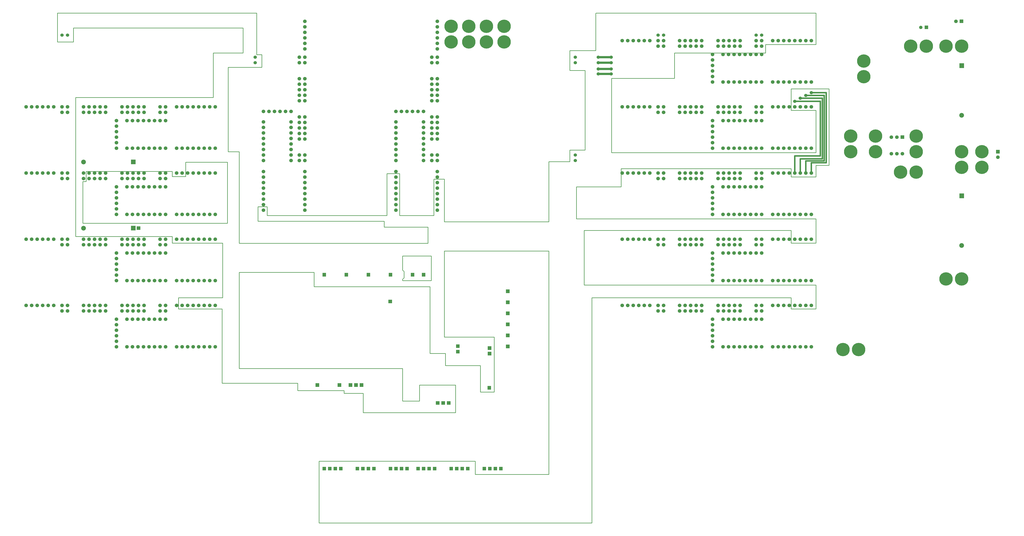
<source format=gbr>
G04 This is an RS-274x file exported by *
G04 gerbv version 2.7.0 *
G04 More information is available about gerbv at *
G04 http://gerbv.geda-project.org/ *
G04 --End of header info--*
%MOIN*%
%FSLAX36Y36*%
%IPPOS*%
G04 --Define apertures--*
%ADD10C,0.0100*%
%ADD11C,0.0400*%
%ADD12C,0.0250*%
%ADD13C,0.0600*%
%ADD14C,0.2362*%
%ADD15C,0.0001*%
%ADD16C,0.0550*%
%ADD17C,0.0800*%
%ADD18C,0.0380*%
%ADD19C,0.0350*%
%ADD20C,0.1870*%
%ADD21C,0.0500*%
%ADD22C,0.0300*%
%ADD23C,0.0280*%
%ADD24C,0.0660*%
%ADD25C,0.2422*%
%ADD26C,0.0610*%
%ADD27C,0.0860*%
G04 --Start main section--*
G01X0000000Y0000000D02*
G54D11*
G01X10515000Y9985000D02*
G01X10750000Y9985000D01*
G01X10750000Y9895000D02*
G01X10515000Y9895000D01*
G01X10515000Y10200000D02*
G01X10750000Y10200000D01*
G01X10750000Y10100000D02*
G01X10515000Y10100000D01*
G54D12*
G01X14540000Y8410000D02*
G01X14540000Y9400000D01*
G01X14575000Y8355000D02*
G01X14575000Y9455000D01*
G01X14610000Y8320000D02*
G01X14610000Y9505000D01*
G01X14645000Y8285000D02*
G01X14645000Y9555000D01*
G01X14175000Y8355000D02*
G01X14575000Y8355000D01*
G01X14275000Y8320000D02*
G01X14610000Y8320000D01*
G01X14075000Y8100000D02*
G01X14075000Y8410000D01*
G01X14075000Y8410000D02*
G01X14540000Y8410000D01*
G01X14175000Y8100000D02*
G01X14175000Y8355000D01*
G01X14275000Y8100000D02*
G01X14275000Y8320000D01*
G01X14375000Y8100000D02*
G01X14375000Y8285000D01*
G01X14375000Y8285000D02*
G01X14645000Y8285000D01*
G01X14540000Y9400000D02*
G01X14075000Y9400000D01*
G01X14175000Y9455000D02*
G01X14575000Y9455000D01*
G01X14275000Y9505000D02*
G01X14610000Y9505000D01*
G01X14375000Y9555000D02*
G01X14645000Y9555000D01*
G54D13*
G01X13675000Y9750000D03*
G01X13775000Y9750000D03*
G01X13875000Y9750000D03*
G01X13975000Y9750000D03*
G01X14075000Y9750000D03*
G01X14175000Y9750000D03*
G01X14275000Y9750000D03*
G01X14375000Y9750000D03*
G54D14*
G01X15325000Y10128460D03*
G01X15325000Y9845000D03*
G54D15*
G36*
G01X17060000Y10085000D02*
G01X17060000Y10005000D01*
G01X17140000Y10005000D01*
G01X17140000Y10085000D01*
G01X17060000Y10085000D01*
G37*
G54D13*
G01X13675000Y10500000D03*
G01X13475000Y10500000D03*
G01X13475000Y10400000D03*
G01X13775000Y10500000D03*
G01X13875000Y10500000D03*
G01X13975000Y10500000D03*
G01X14075000Y10500000D03*
G01X14175000Y10500000D03*
G01X14275000Y10500000D03*
G01X14375000Y10500000D03*
G01X13375000Y10400000D03*
G01X13375000Y10500000D03*
G01X13085000Y10500000D03*
G01X13085000Y10400000D03*
G54D14*
G01X16460000Y10400000D03*
G01X16176540Y10400000D03*
G54D13*
G01X12190000Y10400000D03*
G01X12090000Y10500000D03*
G01X11990000Y10500000D03*
G01X12090000Y10400000D03*
G01X11990000Y10400000D03*
G01X11700000Y10400000D03*
G01X11600000Y10400000D03*
G01X11700000Y10500000D03*
G01X11600000Y10500000D03*
G01X11450000Y10500000D03*
G01X11350000Y10500000D03*
G01X11250000Y10500000D03*
G01X11150000Y10500000D03*
G01X11050000Y10500000D03*
G01X10950000Y10500000D03*
G54D14*
G01X17098460Y10400000D03*
G01X16815000Y10400000D03*
G54D15*
G36*
G01X17065000Y10880000D02*
G01X17065000Y10820000D01*
G01X17125000Y10820000D01*
G01X17125000Y10880000D01*
G01X17065000Y10880000D01*
G37*
G54D13*
G01X16995000Y10850000D03*
G54D15*
G36*
G01X16432500Y10767500D02*
G01X16432500Y10712500D01*
G01X16487500Y10712500D01*
G01X16487500Y10767500D01*
G01X16432500Y10767500D01*
G37*
G54D16*
G01X16360000Y10740000D03*
G54D13*
G01X12775000Y9750000D03*
G01X12875000Y9750000D03*
G01X12975000Y9750000D03*
G01X13075000Y9750000D03*
G01X13175000Y9750000D03*
G01X13275000Y9750000D03*
G01X13375000Y9750000D03*
G01X13475000Y9750000D03*
G01X12585000Y9750000D03*
G01X12585000Y9850000D03*
G01X12585000Y9950000D03*
G01X12585000Y10050000D03*
G01X12585000Y10150000D03*
G01X12585000Y10250000D03*
G01X12775000Y10250000D03*
G01X12875000Y10250000D03*
G01X12975000Y10250000D03*
G01X13075000Y10250000D03*
G01X13175000Y10250000D03*
G01X13275000Y10250000D03*
G01X13375000Y10250000D03*
G01X13475000Y10250000D03*
G01X12985000Y10500000D03*
G01X12885000Y10500000D03*
G01X12785000Y10500000D03*
G01X12685000Y10500000D03*
G01X12985000Y10400000D03*
G01X12885000Y10400000D03*
G01X12785000Y10400000D03*
G01X12685000Y10400000D03*
G01X12390000Y10400000D03*
G01X12290000Y10400000D03*
G01X12390000Y10500000D03*
G01X12290000Y10500000D03*
G01X12190000Y10500000D03*
G01X2875000Y4950000D03*
G01X2975000Y4950000D03*
G01X3075000Y4950000D03*
G01X3175000Y4950000D03*
G01X3275000Y4950000D03*
G01X3375000Y4950000D03*
G01X3475000Y4950000D03*
G01X3575000Y4950000D03*
G01X1975000Y4950000D03*
G01X2075000Y4950000D03*
G01X2175000Y4950000D03*
G01X2275000Y4950000D03*
G01X2375000Y4950000D03*
G01X2475000Y4950000D03*
G01X2575000Y4950000D03*
G01X2675000Y4950000D03*
G01X1785000Y4950000D03*
G01X1785000Y5050000D03*
G01X1785000Y5150000D03*
G01X1785000Y5250000D03*
G01X1785000Y5350000D03*
G01X1785000Y5450000D03*
G01X1975000Y5450000D03*
G01X2075000Y5450000D03*
G01X2175000Y5450000D03*
G01X2275000Y5450000D03*
G01X2375000Y5450000D03*
G01X2475000Y5450000D03*
G01X2575000Y5450000D03*
G01X2675000Y5450000D03*
G01X2875000Y5700000D03*
G01X2675000Y5700000D03*
G01X2675000Y5600000D03*
G01X2975000Y5700000D03*
G01X3075000Y5700000D03*
G01X3175000Y5700000D03*
G01X3275000Y5700000D03*
G01X3375000Y5700000D03*
G01X3475000Y5700000D03*
G01X3575000Y5700000D03*
G01X2575000Y5600000D03*
G01X2575000Y5700000D03*
G01X2285000Y5700000D03*
G01X2285000Y5600000D03*
G01X2185000Y5700000D03*
G01X2085000Y5700000D03*
G01X1985000Y5700000D03*
G01X1885000Y5700000D03*
G01X2185000Y5600000D03*
G01X2085000Y5600000D03*
G01X1985000Y5600000D03*
G01X1885000Y5600000D03*
G01X1590000Y5600000D03*
G01X1490000Y5600000D03*
G01X1590000Y5700000D03*
G01X1490000Y5700000D03*
G01X1390000Y5700000D03*
G01X1390000Y5600000D03*
G01X1290000Y5700000D03*
G01X1190000Y5700000D03*
G01X1290000Y5600000D03*
G01X1190000Y5600000D03*
G01X0900000Y5600000D03*
G01X0800000Y5600000D03*
G01X0900000Y5700000D03*
G01X0800000Y5700000D03*
G01X0650000Y5700000D03*
G01X0550000Y5700000D03*
G01X0450000Y5700000D03*
G01X0350000Y5700000D03*
G01X0250000Y5700000D03*
G01X0150000Y5700000D03*
G01X1975000Y6150000D03*
G01X2075000Y6150000D03*
G01X2175000Y6150000D03*
G01X2275000Y6150000D03*
G01X2375000Y6150000D03*
G01X2475000Y6150000D03*
G01X2575000Y6150000D03*
G01X2675000Y6150000D03*
G54D15*
G36*
G01X5920000Y6285000D02*
G01X5920000Y6225000D01*
G01X5980000Y6225000D01*
G01X5980000Y6285000D01*
G01X5920000Y6285000D01*
G37*
G36*
G01X5520000Y6285000D02*
G01X5520000Y6225000D01*
G01X5580000Y6225000D01*
G01X5580000Y6285000D01*
G01X5520000Y6285000D01*
G37*
G54D13*
G01X1785000Y6150000D03*
G01X1785000Y6250000D03*
G01X1785000Y6350000D03*
G01X1785000Y6450000D03*
G01X1785000Y6550000D03*
G01X1785000Y6650000D03*
G01X1975000Y6650000D03*
G01X2075000Y6650000D03*
G01X2175000Y6650000D03*
G01X2275000Y6650000D03*
G01X2375000Y6650000D03*
G01X2475000Y6650000D03*
G01X2575000Y6650000D03*
G01X2675000Y6650000D03*
G01X2185000Y6900000D03*
G01X2185000Y6800000D03*
G01X2085000Y6800000D03*
G01X1985000Y6800000D03*
G01X1885000Y6800000D03*
G01X2085000Y6900000D03*
G01X1985000Y6900000D03*
G01X1885000Y6900000D03*
G01X1590000Y6900000D03*
G01X1490000Y6900000D03*
G01X1390000Y6900000D03*
G54D17*
G01X1190000Y7100000D03*
G54D15*
G36*
G01X2155000Y7130000D02*
G01X2155000Y7070000D01*
G01X2215000Y7070000D01*
G01X2215000Y7130000D01*
G01X2155000Y7130000D01*
G37*
G54D13*
G01X1590000Y6800000D03*
G01X1490000Y6800000D03*
G01X1390000Y6800000D03*
G01X1290000Y6900000D03*
G01X1190000Y6900000D03*
G01X1290000Y6800000D03*
G01X1190000Y6800000D03*
G01X0900000Y6800000D03*
G01X0800000Y6800000D03*
G01X0900000Y6900000D03*
G01X0800000Y6900000D03*
G01X0650000Y6900000D03*
G01X0550000Y6900000D03*
G01X0450000Y6900000D03*
G01X0350000Y6900000D03*
G01X0250000Y6900000D03*
G01X0150000Y6900000D03*
G01X2875000Y8550000D03*
G01X2875000Y9300000D03*
G01X2975000Y9300000D03*
G01X3075000Y9300000D03*
G01X3175000Y9300000D03*
G01X3275000Y9300000D03*
G01X3375000Y9300000D03*
G01X3475000Y9300000D03*
G01X3575000Y9300000D03*
G01X2975000Y8550000D03*
G01X3075000Y8550000D03*
G01X3175000Y8550000D03*
G01X3275000Y8550000D03*
G01X3375000Y8550000D03*
G01X3475000Y8550000D03*
G01X3575000Y8550000D03*
G01X3175000Y8100000D03*
G01X3275000Y8100000D03*
G01X3375000Y8100000D03*
G01X3475000Y8100000D03*
G01X3575000Y8100000D03*
G01X2875000Y8100000D03*
G01X2975000Y8100000D03*
G01X3075000Y8100000D03*
G01X2285000Y8100000D03*
G01X2185000Y8100000D03*
G01X2085000Y8100000D03*
G01X2675000Y8100000D03*
G01X2675000Y8000000D03*
G01X2575000Y8000000D03*
G01X2575000Y8100000D03*
G01X2285000Y8000000D03*
G01X2185000Y8000000D03*
G01X2085000Y8000000D03*
G54D15*
G36*
G01X2050000Y8340000D02*
G01X2050000Y8260000D01*
G01X2130000Y8260000D01*
G01X2130000Y8340000D01*
G01X2050000Y8340000D01*
G37*
G54D13*
G01X1985000Y8100000D03*
G01X1985000Y8000000D03*
G01X1885000Y8000000D03*
G01X1885000Y8100000D03*
G01X1590000Y8100000D03*
G01X1490000Y8100000D03*
G01X1390000Y8100000D03*
G01X1290000Y8100000D03*
G01X1190000Y8100000D03*
G01X1590000Y8000000D03*
G01X1490000Y8000000D03*
G01X1390000Y8000000D03*
G01X1290000Y8000000D03*
G01X1190000Y8000000D03*
G01X1975000Y8550000D03*
G01X2075000Y8550000D03*
G01X2175000Y8550000D03*
G01X2275000Y8550000D03*
G01X2375000Y8550000D03*
G01X2475000Y8550000D03*
G01X2575000Y8550000D03*
G01X2675000Y8550000D03*
G01X1785000Y8550000D03*
G01X1785000Y8650000D03*
G01X1785000Y8750000D03*
G01X1785000Y8850000D03*
G01X1785000Y8950000D03*
G01X1785000Y9050000D03*
G01X1975000Y9050000D03*
G01X2075000Y9050000D03*
G01X2175000Y9050000D03*
G01X2275000Y9050000D03*
G01X2375000Y9050000D03*
G01X2475000Y9050000D03*
G01X2575000Y9050000D03*
G01X2675000Y9050000D03*
G01X2675000Y9300000D03*
G01X2675000Y9200000D03*
G01X2575000Y9200000D03*
G01X2575000Y9300000D03*
G01X2285000Y9300000D03*
G01X2285000Y9200000D03*
G01X2185000Y9300000D03*
G01X2185000Y9200000D03*
G01X2085000Y9300000D03*
G01X2085000Y9200000D03*
G01X1985000Y9300000D03*
G01X1885000Y9300000D03*
G01X1985000Y9200000D03*
G01X1885000Y9200000D03*
G01X1590000Y9200000D03*
G01X1490000Y9200000D03*
G01X1390000Y9200000D03*
G01X1290000Y9200000D03*
G01X1590000Y9300000D03*
G01X1490000Y9300000D03*
G01X1390000Y9300000D03*
G01X1290000Y9300000D03*
G01X1190000Y9300000D03*
G01X1190000Y9200000D03*
G01X0900000Y9300000D03*
G01X0800000Y9300000D03*
G01X0650000Y9300000D03*
G01X0900000Y9200000D03*
G01X0800000Y9200000D03*
G01X0550000Y9300000D03*
G01X0450000Y9300000D03*
G01X0350000Y9300000D03*
G01X0250000Y9300000D03*
G01X0150000Y9300000D03*
G01X3175000Y6150000D03*
G01X3275000Y6150000D03*
G01X3375000Y6150000D03*
G01X3475000Y6150000D03*
G01X2875000Y6150000D03*
G01X2975000Y6150000D03*
G01X3075000Y6150000D03*
G01X3575000Y6150000D03*
G01X3075000Y6900000D03*
G01X3175000Y6900000D03*
G01X3275000Y6900000D03*
G01X3375000Y6900000D03*
G01X3475000Y6900000D03*
G01X3575000Y6900000D03*
G01X2875000Y6900000D03*
G01X2675000Y6900000D03*
G01X2675000Y6800000D03*
G01X2975000Y6900000D03*
G01X2875000Y7350000D03*
G01X2975000Y7350000D03*
G01X3075000Y7350000D03*
G01X3175000Y7350000D03*
G01X3275000Y7350000D03*
G01X3375000Y7350000D03*
G01X3475000Y7350000D03*
G01X3575000Y7350000D03*
G01X2675000Y7350000D03*
G01X2575000Y6800000D03*
G01X2575000Y6900000D03*
G01X2285000Y6900000D03*
G01X2285000Y6800000D03*
G01X2575000Y7350000D03*
G54D15*
G36*
G01X2050000Y7140000D02*
G01X2050000Y7060000D01*
G01X2130000Y7060000D01*
G01X2130000Y7140000D01*
G01X2050000Y7140000D01*
G37*
G54D13*
G01X1975000Y7350000D03*
G01X2075000Y7350000D03*
G01X2175000Y7350000D03*
G01X2275000Y7350000D03*
G01X2375000Y7350000D03*
G01X2475000Y7350000D03*
G01X1785000Y7350000D03*
G01X1785000Y7450000D03*
G01X1785000Y7550000D03*
G01X1785000Y7650000D03*
G01X1785000Y7750000D03*
G01X1785000Y7850000D03*
G01X1975000Y7850000D03*
G01X2075000Y7850000D03*
G01X2175000Y7850000D03*
G01X2275000Y7850000D03*
G01X2375000Y7850000D03*
G01X2475000Y7850000D03*
G01X2575000Y7850000D03*
G01X2675000Y7850000D03*
G01X0900000Y8100000D03*
G01X0800000Y8100000D03*
G01X0650000Y8100000D03*
G01X0900000Y8000000D03*
G01X0800000Y8000000D03*
G01X0550000Y8100000D03*
G01X0450000Y8100000D03*
G01X0350000Y8100000D03*
G01X0250000Y8100000D03*
G01X0150000Y8100000D03*
G54D17*
G01X1190000Y8300000D03*
G54D13*
G01X4450000Y8125000D03*
G01X5200000Y8125000D03*
G01X4450000Y8025000D03*
G01X4450000Y7925000D03*
G01X4450000Y7825000D03*
G01X4450000Y7725000D03*
G01X4450000Y7625000D03*
G01X4450000Y7525000D03*
G01X4450000Y7425000D03*
G01X5200000Y8025000D03*
G01X5200000Y7925000D03*
G01X5200000Y7825000D03*
G01X5200000Y7725000D03*
G01X5200000Y7625000D03*
G01X5200000Y7525000D03*
G01X5200000Y7425000D03*
G01X5200000Y8325000D03*
G01X5100000Y8325000D03*
G01X5100000Y8425000D03*
G01X5200000Y8425000D03*
G01X4450000Y9025000D03*
G01X4450000Y9215000D03*
G01X4550000Y9215000D03*
G01X4450000Y8925000D03*
G01X4650000Y9215000D03*
G01X4750000Y9215000D03*
G01X4850000Y9215000D03*
G01X4950000Y9215000D03*
G01X4950000Y9025000D03*
G01X4450000Y8825000D03*
G01X4450000Y8725000D03*
G01X4450000Y8625000D03*
G01X4450000Y8525000D03*
G01X4450000Y8425000D03*
G01X4450000Y8325000D03*
G01X4950000Y8625000D03*
G01X4950000Y8525000D03*
G01X4950000Y8425000D03*
G01X4950000Y8325000D03*
G01X4950000Y8925000D03*
G01X4950000Y8825000D03*
G01X4950000Y8725000D03*
G01X5200000Y8715000D03*
G01X5100000Y8715000D03*
G01X5100000Y8815000D03*
G01X5100000Y8915000D03*
G01X5100000Y9015000D03*
G01X5200000Y8815000D03*
G01X5200000Y8915000D03*
G01X5200000Y9015000D03*
G01X5200000Y9115000D03*
G01X5200000Y9410000D03*
G01X5200000Y9510000D03*
G01X5100000Y9115000D03*
G01X5100000Y9410000D03*
G01X5100000Y9510000D03*
G01X5200000Y9610000D03*
G01X5200000Y9710000D03*
G01X5200000Y9810000D03*
G01X5200000Y10100000D03*
G01X5100000Y9610000D03*
G01X5100000Y9710000D03*
G01X5100000Y9810000D03*
G01X5100000Y10100000D03*
G01X5100000Y10200000D03*
G01X5200000Y10200000D03*
G01X5200000Y10350000D03*
G01X5200000Y10450000D03*
G01X5200000Y10550000D03*
G01X5200000Y10650000D03*
G01X5200000Y10750000D03*
G01X5200000Y10850000D03*
G01X13675000Y7350000D03*
G01X13675000Y8100000D03*
G01X13775000Y8100000D03*
G01X13875000Y8100000D03*
G01X13975000Y8100000D03*
G01X14075000Y8100000D03*
G01X14175000Y8100000D03*
G01X14275000Y8100000D03*
G01X14375000Y8100000D03*
G01X13775000Y7350000D03*
G01X13875000Y7350000D03*
G01X13975000Y7350000D03*
G01X14075000Y7350000D03*
G01X14175000Y7350000D03*
G01X14275000Y7350000D03*
G01X14375000Y7350000D03*
G01X13975000Y6900000D03*
G01X14075000Y6900000D03*
G01X14175000Y6900000D03*
G01X14275000Y6900000D03*
G01X14375000Y6900000D03*
G01X13675000Y4950000D03*
G01X13775000Y4950000D03*
G01X13875000Y4950000D03*
G01X13975000Y4950000D03*
G01X14075000Y4950000D03*
G01X14175000Y4950000D03*
G01X14275000Y4950000D03*
G01X14375000Y4950000D03*
G54D14*
G01X14950000Y4900000D03*
G01X15233460Y4900000D03*
G54D13*
G01X13675000Y5700000D03*
G01X13775000Y5700000D03*
G01X13875000Y5700000D03*
G01X13975000Y5700000D03*
G01X14075000Y5700000D03*
G01X14175000Y5700000D03*
G01X14275000Y5700000D03*
G01X14375000Y5700000D03*
G01X12785000Y8100000D03*
G01X12685000Y8100000D03*
G01X12785000Y8000000D03*
G01X12685000Y8000000D03*
G01X12390000Y8000000D03*
G01X12290000Y8000000D03*
G01X12190000Y8000000D03*
G01X12090000Y8000000D03*
G01X12390000Y8100000D03*
G01X12290000Y8100000D03*
G01X12190000Y8100000D03*
G01X12090000Y8100000D03*
G01X11990000Y8100000D03*
G01X11990000Y8000000D03*
G01X11700000Y8100000D03*
G01X11600000Y8100000D03*
G01X11450000Y8100000D03*
G01X11700000Y8000000D03*
G01X11600000Y8000000D03*
G01X11350000Y8100000D03*
G01X11250000Y8100000D03*
G01X11150000Y8100000D03*
G01X11050000Y8100000D03*
G01X10950000Y8100000D03*
G01X13675000Y6150000D03*
G01X13775000Y6150000D03*
G01X13875000Y6150000D03*
G01X13975000Y6150000D03*
G01X14075000Y6150000D03*
G01X14175000Y6150000D03*
G01X14275000Y6150000D03*
G01X14375000Y6150000D03*
G01X12975000Y6150000D03*
G01X13075000Y6150000D03*
G01X13175000Y6150000D03*
G01X13275000Y6150000D03*
G01X13375000Y6150000D03*
G01X13475000Y6150000D03*
G01X12775000Y6150000D03*
G01X12585000Y6150000D03*
G01X12585000Y6250000D03*
G01X12585000Y6350000D03*
G01X12585000Y6450000D03*
G01X12585000Y6550000D03*
G01X12585000Y6650000D03*
G01X12875000Y6650000D03*
G01X12975000Y6650000D03*
G01X13075000Y6650000D03*
G01X13175000Y6650000D03*
G01X13275000Y6650000D03*
G01X13375000Y6650000D03*
G01X13475000Y6650000D03*
G01X12875000Y6150000D03*
G54D15*
G36*
G01X7120000Y6285000D02*
G01X7120000Y6225000D01*
G01X7180000Y6225000D01*
G01X7180000Y6285000D01*
G01X7120000Y6285000D01*
G37*
G36*
G01X7320000Y6285000D02*
G01X7320000Y6225000D01*
G01X7380000Y6225000D01*
G01X7380000Y6285000D01*
G01X7320000Y6285000D01*
G37*
G36*
G01X6720000Y6285000D02*
G01X6720000Y6225000D01*
G01X6780000Y6225000D01*
G01X6780000Y6285000D01*
G01X6720000Y6285000D01*
G37*
G36*
G01X6320000Y6285000D02*
G01X6320000Y6225000D01*
G01X6380000Y6225000D01*
G01X6380000Y6285000D01*
G01X6320000Y6285000D01*
G37*
G36*
G01X6715000Y5800000D02*
G01X6715000Y5740000D01*
G01X6775000Y5740000D01*
G01X6775000Y5800000D01*
G01X6715000Y5800000D01*
G37*
G54D13*
G01X12775000Y7350000D03*
G01X12875000Y7350000D03*
G01X12975000Y7350000D03*
G01X13075000Y7350000D03*
G01X13175000Y7350000D03*
G01X13275000Y7350000D03*
G01X13375000Y7350000D03*
G01X13475000Y7350000D03*
G01X12585000Y7350000D03*
G01X12585000Y7450000D03*
G01X12585000Y7550000D03*
G01X12585000Y7650000D03*
G01X12585000Y7750000D03*
G01X12585000Y7850000D03*
G01X12775000Y7850000D03*
G01X12875000Y7850000D03*
G01X12975000Y7850000D03*
G01X13075000Y7850000D03*
G01X13175000Y7850000D03*
G01X13275000Y7850000D03*
G01X13375000Y7850000D03*
G01X13475000Y7850000D03*
G01X13475000Y8100000D03*
G01X13475000Y8000000D03*
G01X13375000Y8000000D03*
G01X13375000Y8100000D03*
G01X13085000Y8100000D03*
G01X13085000Y8000000D03*
G01X12985000Y8100000D03*
G01X12985000Y8000000D03*
G01X12885000Y8100000D03*
G01X12885000Y8000000D03*
G01X13675000Y6900000D03*
G01X13775000Y6900000D03*
G01X13875000Y6900000D03*
G01X13085000Y6900000D03*
G01X12985000Y6900000D03*
G01X12885000Y6900000D03*
G01X13475000Y6900000D03*
G01X13475000Y6800000D03*
G01X13375000Y6800000D03*
G01X13375000Y6900000D03*
G01X13085000Y6800000D03*
G01X12985000Y6800000D03*
G01X12885000Y6800000D03*
G01X12785000Y6900000D03*
G01X12785000Y6800000D03*
G01X12685000Y6800000D03*
G01X12685000Y6900000D03*
G01X12390000Y6900000D03*
G01X12290000Y6900000D03*
G01X12190000Y6900000D03*
G01X12090000Y6900000D03*
G01X11990000Y6900000D03*
G01X12390000Y6800000D03*
G01X12290000Y6800000D03*
G01X12190000Y6800000D03*
G01X12090000Y6800000D03*
G01X11990000Y6800000D03*
G01X11700000Y6900000D03*
G01X11600000Y6900000D03*
G01X11450000Y6900000D03*
G01X11700000Y6800000D03*
G01X11600000Y6800000D03*
G01X11350000Y6900000D03*
G01X11250000Y6900000D03*
G01X11150000Y6900000D03*
G01X11050000Y6900000D03*
G01X10950000Y6900000D03*
G01X12875000Y4950000D03*
G01X12975000Y4950000D03*
G01X13075000Y4950000D03*
G01X13175000Y4950000D03*
G01X13275000Y4950000D03*
G01X13375000Y4950000D03*
G54D15*
G36*
G01X7940000Y4990000D02*
G01X7940000Y4930000D01*
G01X8000000Y4930000D01*
G01X8000000Y4990000D01*
G01X7940000Y4990000D01*
G37*
G36*
G01X7940000Y4890000D02*
G01X7940000Y4830000D01*
G01X8000000Y4830000D01*
G01X8000000Y4890000D01*
G01X7940000Y4890000D01*
G37*
G54D13*
G01X12775000Y6650000D03*
G01X12775000Y4950000D03*
G01X12775000Y5450000D03*
G01X12585000Y5250000D03*
G01X12585000Y5350000D03*
G01X12585000Y5450000D03*
G01X12875000Y5450000D03*
G01X12975000Y5450000D03*
G01X13075000Y5450000D03*
G01X13175000Y5450000D03*
G01X12785000Y5600000D03*
G01X12685000Y5700000D03*
G01X12685000Y5600000D03*
G01X12585000Y4950000D03*
G01X12585000Y5050000D03*
G01X12585000Y5150000D03*
G01X13475000Y4950000D03*
G54D15*
G36*
G01X8845000Y5185000D02*
G01X8845000Y5125000D01*
G01X8905000Y5125000D01*
G01X8905000Y5185000D01*
G01X8845000Y5185000D01*
G37*
G36*
G01X8515000Y4855000D02*
G01X8515000Y4795000D01*
G01X8575000Y4795000D01*
G01X8575000Y4855000D01*
G01X8515000Y4855000D01*
G37*
G36*
G01X8515000Y4955000D02*
G01X8515000Y4895000D01*
G01X8575000Y4895000D01*
G01X8575000Y4955000D01*
G01X8515000Y4955000D01*
G37*
G36*
G01X8510000Y4235000D02*
G01X8510000Y4175000D01*
G01X8570000Y4175000D01*
G01X8570000Y4235000D01*
G01X8510000Y4235000D01*
G37*
G36*
G01X8845000Y4985000D02*
G01X8845000Y4925000D01*
G01X8905000Y4925000D01*
G01X8905000Y4985000D01*
G01X8845000Y4985000D01*
G37*
G54D13*
G01X13275000Y5450000D03*
G01X13375000Y5450000D03*
G01X13475000Y5450000D03*
G01X13475000Y5700000D03*
G01X13475000Y5600000D03*
G01X13375000Y5600000D03*
G01X13375000Y5700000D03*
G01X13085000Y5700000D03*
G01X13085000Y5600000D03*
G01X12985000Y5700000D03*
G01X12985000Y5600000D03*
G01X12885000Y5700000D03*
G01X12885000Y5600000D03*
G01X12785000Y5700000D03*
G01X12390000Y5700000D03*
G01X12390000Y5600000D03*
G01X12290000Y5700000D03*
G01X12290000Y5600000D03*
G01X12190000Y5700000D03*
G01X12190000Y5600000D03*
G01X12090000Y5700000D03*
G01X12090000Y5600000D03*
G01X11990000Y5600000D03*
G01X11990000Y5700000D03*
G01X11700000Y5700000D03*
G01X11700000Y5600000D03*
G01X11600000Y5600000D03*
G01X11600000Y5700000D03*
G01X11450000Y5700000D03*
G01X11350000Y5700000D03*
G01X11250000Y5700000D03*
G01X11150000Y5700000D03*
G01X11050000Y5700000D03*
G01X10950000Y5700000D03*
G54D15*
G36*
G01X8845000Y5985000D02*
G01X8845000Y5925000D01*
G01X8905000Y5925000D01*
G01X8905000Y5985000D01*
G01X8845000Y5985000D01*
G37*
G36*
G01X8845000Y5785000D02*
G01X8845000Y5725000D01*
G01X8905000Y5725000D01*
G01X8905000Y5785000D01*
G01X8845000Y5785000D01*
G37*
G36*
G01X8845000Y5385000D02*
G01X8845000Y5325000D01*
G01X8905000Y5325000D01*
G01X8905000Y5385000D01*
G01X8845000Y5385000D01*
G37*
G36*
G01X8845000Y5585000D02*
G01X8845000Y5525000D01*
G01X8905000Y5525000D01*
G01X8905000Y5585000D01*
G01X8845000Y5585000D01*
G37*
G36*
G01X8720000Y2770000D02*
G01X8720000Y2710000D01*
G01X8780000Y2710000D01*
G01X8780000Y2770000D01*
G01X8720000Y2770000D01*
G37*
G36*
G01X8620000Y2770000D02*
G01X8620000Y2710000D01*
G01X8680000Y2710000D01*
G01X8680000Y2770000D01*
G01X8620000Y2770000D01*
G37*
G36*
G01X8520000Y2770000D02*
G01X8520000Y2710000D01*
G01X8580000Y2710000D01*
G01X8580000Y2770000D01*
G01X8520000Y2770000D01*
G37*
G36*
G01X8420000Y2770000D02*
G01X8420000Y2710000D01*
G01X8480000Y2710000D01*
G01X8480000Y2770000D01*
G01X8420000Y2770000D01*
G37*
G36*
G01X8120000Y2770000D02*
G01X8120000Y2710000D01*
G01X8180000Y2710000D01*
G01X8180000Y2770000D01*
G01X8120000Y2770000D01*
G37*
G36*
G01X8020000Y2770000D02*
G01X8020000Y2710000D01*
G01X8080000Y2710000D01*
G01X8080000Y2770000D01*
G01X8020000Y2770000D01*
G37*
G36*
G01X7920000Y2770000D02*
G01X7920000Y2710000D01*
G01X7980000Y2710000D01*
G01X7980000Y2770000D01*
G01X7920000Y2770000D01*
G37*
G36*
G01X7820000Y2770000D02*
G01X7820000Y2710000D01*
G01X7880000Y2710000D01*
G01X7880000Y2770000D01*
G01X7820000Y2770000D01*
G37*
G36*
G01X5820000Y2770000D02*
G01X5820000Y2710000D01*
G01X5880000Y2710000D01*
G01X5880000Y2770000D01*
G01X5820000Y2770000D01*
G37*
G36*
G01X6420000Y2770000D02*
G01X6420000Y2710000D01*
G01X6480000Y2710000D01*
G01X6480000Y2770000D01*
G01X6420000Y2770000D01*
G37*
G36*
G01X6320000Y2770000D02*
G01X6320000Y2710000D01*
G01X6380000Y2710000D01*
G01X6380000Y2770000D01*
G01X6320000Y2770000D01*
G37*
G36*
G01X6220000Y2770000D02*
G01X6220000Y2710000D01*
G01X6280000Y2710000D01*
G01X6280000Y2770000D01*
G01X6220000Y2770000D01*
G37*
G36*
G01X6120000Y2770000D02*
G01X6120000Y2710000D01*
G01X6180000Y2710000D01*
G01X6180000Y2770000D01*
G01X6120000Y2770000D01*
G37*
G36*
G01X5720000Y2770000D02*
G01X5720000Y2710000D01*
G01X5780000Y2710000D01*
G01X5780000Y2770000D01*
G01X5720000Y2770000D01*
G37*
G36*
G01X5795000Y4285000D02*
G01X5795000Y4225000D01*
G01X5855000Y4225000D01*
G01X5855000Y4285000D01*
G01X5795000Y4285000D01*
G37*
G36*
G01X6195000Y4285000D02*
G01X6195000Y4225000D01*
G01X6255000Y4225000D01*
G01X6255000Y4285000D01*
G01X6195000Y4285000D01*
G37*
G36*
G01X5995000Y4285000D02*
G01X5995000Y4225000D01*
G01X6055000Y4225000D01*
G01X6055000Y4285000D01*
G01X5995000Y4285000D01*
G37*
G36*
G01X6095000Y4285000D02*
G01X6095000Y4225000D01*
G01X6155000Y4225000D01*
G01X6155000Y4285000D01*
G01X6095000Y4285000D01*
G37*
G36*
G01X5620000Y2770000D02*
G01X5620000Y2710000D01*
G01X5680000Y2710000D01*
G01X5680000Y2770000D01*
G01X5620000Y2770000D01*
G37*
G36*
G01X5520000Y2770000D02*
G01X5520000Y2710000D01*
G01X5580000Y2710000D01*
G01X5580000Y2770000D01*
G01X5520000Y2770000D01*
G37*
G36*
G01X5395000Y4285000D02*
G01X5395000Y4225000D01*
G01X5455000Y4225000D01*
G01X5455000Y4285000D01*
G01X5395000Y4285000D01*
G37*
G36*
G01X7020000Y2770000D02*
G01X7020000Y2710000D01*
G01X7080000Y2710000D01*
G01X7080000Y2770000D01*
G01X7020000Y2770000D01*
G37*
G36*
G01X6920000Y2770000D02*
G01X6920000Y2710000D01*
G01X6980000Y2710000D01*
G01X6980000Y2770000D01*
G01X6920000Y2770000D01*
G37*
G36*
G01X7320000Y2770000D02*
G01X7320000Y2710000D01*
G01X7380000Y2710000D01*
G01X7380000Y2770000D01*
G01X7320000Y2770000D01*
G37*
G36*
G01X7220000Y2770000D02*
G01X7220000Y2710000D01*
G01X7280000Y2710000D01*
G01X7280000Y2770000D01*
G01X7220000Y2770000D01*
G37*
G36*
G01X7520000Y2770000D02*
G01X7520000Y2710000D01*
G01X7580000Y2710000D01*
G01X7580000Y2770000D01*
G01X7520000Y2770000D01*
G37*
G36*
G01X7420000Y2770000D02*
G01X7420000Y2710000D01*
G01X7480000Y2710000D01*
G01X7480000Y2770000D01*
G01X7420000Y2770000D01*
G37*
G36*
G01X6820000Y2770000D02*
G01X6820000Y2710000D01*
G01X6880000Y2710000D01*
G01X6880000Y2770000D01*
G01X6820000Y2770000D01*
G37*
G36*
G01X6720000Y2770000D02*
G01X6720000Y2710000D01*
G01X6780000Y2710000D01*
G01X6780000Y2770000D01*
G01X6720000Y2770000D01*
G37*
G36*
G01X7775000Y3960000D02*
G01X7775000Y3900000D01*
G01X7835000Y3900000D01*
G01X7835000Y3960000D01*
G01X7775000Y3960000D01*
G37*
G36*
G01X7675000Y3960000D02*
G01X7675000Y3900000D01*
G01X7735000Y3900000D01*
G01X7735000Y3960000D01*
G01X7675000Y3960000D01*
G37*
G36*
G01X7575000Y3960000D02*
G01X7575000Y3900000D01*
G01X7635000Y3900000D01*
G01X7635000Y3960000D01*
G01X7575000Y3960000D01*
G37*
G54D14*
G01X8810000Y10758460D03*
G01X8810000Y10475000D03*
G01X8490000Y10758460D03*
G01X8490000Y10475000D03*
G01X8170000Y10758460D03*
G01X8170000Y10475000D03*
G01X7850000Y10758460D03*
G01X7850000Y10475000D03*
G54D13*
G01X7600000Y10850000D03*
G01X7600000Y10750000D03*
G01X7600000Y10650000D03*
G01X7600000Y10550000D03*
G01X7600000Y10450000D03*
G01X7600000Y10350000D03*
G01X7600000Y10200000D03*
G01X7500000Y10200000D03*
G01X7500000Y10100000D03*
G01X7600000Y10100000D03*
G01X7500000Y9810000D03*
G01X7600000Y9810000D03*
G01X7500000Y9710000D03*
G01X7600000Y9710000D03*
G01X7500000Y9610000D03*
G01X7500000Y9510000D03*
G01X7500000Y9410000D03*
G01X7600000Y9610000D03*
G01X7600000Y9510000D03*
G01X7600000Y9410000D03*
G01X7600000Y9115000D03*
G01X7600000Y9015000D03*
G01X7600000Y8915000D03*
G01X7600000Y7425000D03*
G01X7600000Y7525000D03*
G01X7600000Y7625000D03*
G01X7600000Y7725000D03*
G01X7600000Y7825000D03*
G01X7600000Y7925000D03*
G01X7600000Y8025000D03*
G01X7600000Y8125000D03*
G01X7600000Y8815000D03*
G01X7600000Y8715000D03*
G01X7600000Y8425000D03*
G01X7600000Y8325000D03*
G01X7500000Y8715000D03*
G01X7350000Y8525000D03*
G01X7350000Y8625000D03*
G01X7500000Y8425000D03*
G01X7500000Y8325000D03*
G01X7350000Y8325000D03*
G01X7350000Y8425000D03*
G01X7350000Y8725000D03*
G01X7500000Y9115000D03*
G01X7500000Y9015000D03*
G01X7500000Y8915000D03*
G01X7500000Y8815000D03*
G01X7350000Y8825000D03*
G01X7350000Y8925000D03*
G01X7350000Y9025000D03*
G01X7350000Y9215000D03*
G01X7250000Y9215000D03*
G01X7150000Y9215000D03*
G01X7050000Y9215000D03*
G01X6950000Y9215000D03*
G01X6850000Y9215000D03*
G01X6850000Y8825000D03*
G01X6850000Y8925000D03*
G01X6850000Y9025000D03*
G01X6850000Y8325000D03*
G01X6850000Y8425000D03*
G01X6850000Y8525000D03*
G01X6850000Y8625000D03*
G01X6850000Y8725000D03*
G01X6850000Y7425000D03*
G01X6850000Y7525000D03*
G01X6850000Y7625000D03*
G01X6850000Y7725000D03*
G01X6850000Y7825000D03*
G01X6850000Y7925000D03*
G01X6850000Y8025000D03*
G01X6850000Y8125000D03*
G01X13675000Y8550000D03*
G01X13675000Y9300000D03*
G01X13775000Y8550000D03*
G01X13875000Y8550000D03*
G01X13975000Y8550000D03*
G01X14075000Y8550000D03*
G01X14175000Y8550000D03*
G01X14275000Y8550000D03*
G01X14375000Y8550000D03*
G01X13775000Y9300000D03*
G01X13875000Y9300000D03*
G01X13975000Y9300000D03*
G01X14075000Y9300000D03*
G01X14175000Y9300000D03*
G01X14275000Y9300000D03*
G01X14375000Y9300000D03*
G01X12775000Y8550000D03*
G01X12875000Y8550000D03*
G01X12975000Y8550000D03*
G01X13075000Y8550000D03*
G01X13175000Y8550000D03*
G01X13275000Y8550000D03*
G01X13375000Y8550000D03*
G01X13475000Y8550000D03*
G01X12585000Y8550000D03*
G01X12585000Y8650000D03*
G01X12585000Y8750000D03*
G01X12585000Y8850000D03*
G01X12585000Y8950000D03*
G01X12585000Y9050000D03*
G01X12775000Y9050000D03*
G01X12875000Y9050000D03*
G01X12975000Y9050000D03*
G01X13075000Y9050000D03*
G01X13175000Y9050000D03*
G01X13275000Y9050000D03*
G01X13375000Y9050000D03*
G01X13475000Y9050000D03*
G01X12785000Y9300000D03*
G01X12685000Y9300000D03*
G01X12785000Y9200000D03*
G01X12685000Y9200000D03*
G01X12390000Y9200000D03*
G01X12290000Y9200000D03*
G01X12190000Y9200000D03*
G01X12090000Y9200000D03*
G01X12390000Y9300000D03*
G01X12290000Y9300000D03*
G01X12190000Y9300000D03*
G01X12090000Y9300000D03*
G01X11990000Y9300000D03*
G01X11990000Y9200000D03*
G01X11700000Y9300000D03*
G01X11600000Y9300000D03*
G01X11450000Y9300000D03*
G01X11700000Y9200000D03*
G01X11600000Y9200000D03*
G01X11350000Y9300000D03*
G01X11250000Y9300000D03*
G01X11150000Y9300000D03*
G01X11050000Y9300000D03*
G01X10950000Y9300000D03*
G54D14*
G01X17465000Y8485000D03*
G54D15*
G36*
G01X17725000Y8515000D02*
G01X17725000Y8455000D01*
G01X17785000Y8455000D01*
G01X17785000Y8515000D01*
G01X17725000Y8515000D01*
G37*
G54D13*
G01X17755000Y8385000D03*
G54D14*
G01X17465000Y8201540D03*
G01X17100000Y8485000D03*
G01X17100000Y8201540D03*
G54D15*
G36*
G01X17060000Y7725000D02*
G01X17060000Y7645000D01*
G01X17140000Y7645000D01*
G01X17140000Y7725000D01*
G01X17060000Y7725000D01*
G37*
G54D17*
G01X17100000Y6785000D03*
G54D14*
G01X17100000Y6180000D03*
G01X16816540Y6180000D03*
G01X15540000Y8486540D03*
G54D13*
G01X15825000Y8450000D03*
G01X15925000Y8450000D03*
G01X16025000Y8450000D03*
G54D14*
G01X16275000Y8486540D03*
G01X15991540Y8116540D03*
G01X16275000Y8116540D03*
G54D13*
G01X13475000Y9300000D03*
G01X13475000Y9200000D03*
G01X13375000Y9200000D03*
G01X13375000Y9300000D03*
G01X13085000Y9300000D03*
G01X13085000Y9200000D03*
G01X12985000Y9300000D03*
G01X12985000Y9200000D03*
G01X12885000Y9300000D03*
G01X12885000Y9200000D03*
G54D17*
G01X17100000Y9145000D03*
G54D14*
G01X15540000Y8770000D03*
G54D15*
G36*
G01X15995000Y8780000D02*
G01X15995000Y8720000D01*
G01X16055000Y8720000D01*
G01X16055000Y8780000D01*
G01X15995000Y8780000D01*
G37*
G54D13*
G01X15925000Y8750000D03*
G01X15825000Y8750000D03*
G54D14*
G01X16275000Y8770000D03*
G01X15090000Y8770000D03*
G01X15090000Y8486540D03*
G54D13*
G01X10750000Y10200000D03*
G01X10750000Y10100000D03*
G01X10515000Y10100000D03*
G01X10515000Y10200000D03*
G01X11600000Y10600000D03*
G01X11700000Y10600000D03*
G01X13375000Y10600000D03*
G01X13475000Y10600000D03*
G01X0800000Y10600000D03*
G01X0900000Y10600000D03*
G01X10100000Y10200000D03*
G01X4300000Y10200000D03*
G01X4300000Y10100000D03*
G01X10100000Y10100000D03*
G01X10100000Y8425000D03*
G01X10100000Y8325000D03*
G01X10750000Y9985000D03*
G01X10515000Y9985000D03*
G01X10750000Y9895000D03*
G01X10515000Y9895000D03*
G01X14075000Y9400000D03*
G01X14175000Y9455000D03*
G01X14275000Y9505000D03*
G01X14375000Y9555000D03*
G01X0000000Y0000000D02*
G54D10*
G01X10400000Y5840000D02*
G01X14010000Y5840000D01*
G01X14010000Y5840000D02*
G01X14010000Y5635000D01*
G01X14010000Y5635000D02*
G01X14460000Y5635000D01*
G01X14460000Y6070000D02*
G01X10260000Y6070000D01*
G01X14460000Y5635000D02*
G01X14460000Y6070000D01*
G01X14460000Y6830000D02*
G01X14460000Y7270000D01*
G01X10260000Y6070000D02*
G01X10260000Y7060000D01*
G01X10120000Y7270000D02*
G01X10120000Y7850000D01*
G01X10120000Y7850000D02*
G01X10930000Y7850000D01*
G01X10260000Y7060000D02*
G01X14010000Y7060000D01*
G01X14010000Y7060000D02*
G01X14010000Y6830000D01*
G01X14010000Y6830000D02*
G01X14460000Y6830000D01*
G01X14460000Y7270000D02*
G01X10120000Y7270000D01*
G01X10930000Y8180000D02*
G01X14010000Y8180000D01*
G01X10930000Y7850000D02*
G01X10930000Y8180000D01*
G01X10755000Y8470000D02*
G01X10755000Y9815000D01*
G01X10755000Y9815000D02*
G01X11895000Y9815000D01*
G01X10475000Y11000000D02*
G01X10470000Y10995000D01*
G01X10470000Y10995000D02*
G01X10470000Y10320000D01*
G01X11895000Y9815000D02*
G01X11895000Y10275000D01*
G01X14460000Y11000000D02*
G01X10475000Y11000000D01*
G01X14460000Y11000000D02*
G01X14460000Y10430000D01*
G01X14460000Y10430000D02*
G01X13545000Y10430000D01*
G01X13545000Y10430000D02*
G01X13545000Y10275000D01*
G01X13545000Y10275000D02*
G01X11895000Y10275000D01*
G01X10470000Y10320000D02*
G01X10000000Y10320000D01*
G01X10000000Y10320000D02*
G01X10000000Y9960000D01*
G01X10000000Y8515000D02*
G01X10000000Y8305000D01*
G01X10000000Y9960000D02*
G01X10275000Y9960000D01*
G01X10275000Y9960000D02*
G01X10275000Y8515000D01*
G01X10275000Y8515000D02*
G01X10000000Y8515000D01*
G01X14460000Y9235000D02*
G01X14010000Y9235000D01*
G01X14010000Y9235000D02*
G01X14010000Y9625000D01*
G01X10755000Y8470000D02*
G01X14460000Y8470000D01*
G01X14010000Y8180000D02*
G01X14010000Y8030000D01*
G01X14010000Y8030000D02*
G01X14460000Y8030000D01*
G01X14460000Y8030000D02*
G01X14460000Y8240000D01*
G01X14460000Y8240000D02*
G01X14695000Y8240000D01*
G01X14695000Y8240000D02*
G01X14695000Y9625000D01*
G01X14460000Y9235000D02*
G01X14460000Y8470000D01*
G01X14695000Y9625000D02*
G01X14010000Y9625000D01*
G01X6685000Y7330000D02*
G01X6685000Y8090000D01*
G01X6685000Y8090000D02*
G01X6915000Y8090000D01*
G01X6915000Y8090000D02*
G01X6915000Y7330000D01*
G01X7535000Y7990000D02*
G01X7725000Y7990000D01*
G01X2795000Y8130000D02*
G01X1235000Y8130000D01*
G01X10000000Y8305000D02*
G01X9620000Y8305000D01*
G01X6915000Y7330000D02*
G01X7535000Y7330000D01*
G01X7535000Y7330000D02*
G01X7535000Y7990000D01*
G01X7430000Y7120000D02*
G01X6635000Y7120000D01*
G01X6635000Y7120000D02*
G01X6635000Y7225000D01*
G01X9620000Y8305000D02*
G01X9620000Y7215000D01*
G01X9620000Y7215000D02*
G01X7725000Y7215000D01*
G01X7725000Y7215000D02*
G01X7725000Y7990000D01*
G01X4515000Y7490000D02*
G01X4350000Y7490000D01*
G01X4515000Y7490000D02*
G01X4515000Y7330000D01*
G01X4515000Y7330000D02*
G01X6685000Y7330000D01*
G01X6635000Y7225000D02*
G01X4350000Y7225000D01*
G01X1045000Y9470000D02*
G01X1045000Y6950000D01*
G01X1175000Y7945000D02*
G01X1175000Y7190000D01*
G01X1235000Y8130000D02*
G01X1235000Y7945000D01*
G01X1235000Y7945000D02*
G01X1175000Y7945000D01*
G01X1005000Y10730000D02*
G01X1005000Y10475000D01*
G01X1005000Y10475000D02*
G01X0715000Y10475000D01*
G01X0715000Y10475000D02*
G01X0715000Y11000000D01*
G01X3540000Y9470000D02*
G01X1045000Y9470000D01*
G01X4010000Y8485000D02*
G01X3810000Y8485000D01*
G01X3795000Y8295000D02*
G01X3040000Y8295000D01*
G01X3040000Y8295000D02*
G01X3040000Y8035000D01*
G01X3040000Y8035000D02*
G01X2795000Y8035000D01*
G01X2795000Y8035000D02*
G01X2795000Y8130000D01*
G01X1045000Y6950000D02*
G01X2795000Y6950000D01*
G01X2795000Y6950000D02*
G01X2795000Y6830000D01*
G01X2795000Y6830000D02*
G01X3710000Y6830000D01*
G01X1175000Y7190000D02*
G01X3795000Y7190000D01*
G01X3795000Y7190000D02*
G01X3795000Y8295000D01*
G01X4010000Y8485000D02*
G01X4010000Y6825000D01*
G01X4080000Y10730000D02*
G01X1005000Y10730000D01*
G01X0715000Y11000000D02*
G01X4325000Y11000000D01*
G01X3810000Y8485000D02*
G01X3810000Y10015000D01*
G01X4420000Y10015000D02*
G01X3810000Y10015000D01*
G01X4080000Y10275000D02*
G01X3540000Y10275000D01*
G01X3540000Y10275000D02*
G01X3540000Y9470000D01*
G01X4080000Y10730000D02*
G01X4080000Y10275000D01*
G01X4325000Y11000000D02*
G01X4325000Y10245000D01*
G01X4325000Y10245000D02*
G01X4420000Y10245000D01*
G01X4420000Y10245000D02*
G01X4420000Y10015000D01*
G01X7430000Y6825000D02*
G01X7430000Y7120000D01*
G01X7490000Y6595000D02*
G01X7490000Y6150000D01*
G01X7490000Y6150000D02*
G01X6970000Y6150000D01*
G01X6970000Y6150000D02*
G01X6970000Y6175000D01*
G01X6970000Y6175000D02*
G01X6995000Y6200000D01*
G01X6995000Y6200000D02*
G01X6995000Y6315000D01*
G01X8380000Y4130000D02*
G01X8630000Y4130000D01*
G01X7275000Y4255000D02*
G01X7930000Y4255000D01*
G01X5910000Y4155000D02*
G01X5070000Y4155000D01*
G01X5070000Y4155000D02*
G01X5070000Y4290000D01*
G01X5070000Y4290000D02*
G01X3700000Y4290000D01*
G01X6970000Y4555000D02*
G01X4010000Y4555000D01*
G01X6970000Y4555000D02*
G01X6970000Y3965000D01*
G01X6970000Y3965000D02*
G01X7275000Y3965000D01*
G01X7275000Y3965000D02*
G01X7275000Y4255000D01*
G01X7930000Y4255000D02*
G01X7930000Y3755000D01*
G01X7930000Y3755000D02*
G01X6255000Y3755000D01*
G01X8380000Y4610000D02*
G01X7745000Y4610000D01*
G01X7745000Y4610000D02*
G01X7745000Y4830000D01*
G01X7745000Y4830000D02*
G01X7465000Y4830000D01*
G01X7465000Y4830000D02*
G01X7465000Y6040000D01*
G01X7725000Y5125000D02*
G01X7725000Y6685000D01*
G01X4350000Y7225000D02*
G01X4350000Y7490000D01*
G01X3710000Y6830000D02*
G01X3710000Y5840000D01*
G01X3700000Y4290000D02*
G01X3700000Y5635000D01*
G01X4010000Y6300000D02*
G01X4010000Y4555000D01*
G01X6995000Y6315000D02*
G01X6970000Y6340000D01*
G01X6970000Y6340000D02*
G01X6970000Y6595000D01*
G01X7490000Y6595000D02*
G01X6970000Y6595000D01*
G01X7465000Y6040000D02*
G01X5365000Y6040000D01*
G01X2940000Y5840000D02*
G01X3710000Y5840000D01*
G01X5365000Y6300000D02*
G01X4010000Y6300000D01*
G01X2910000Y5840000D02*
G01X2910000Y5635000D01*
G01X3700000Y5635000D02*
G01X2910000Y5635000D01*
G01X2910000Y5840000D02*
G01X2945000Y5840000D01*
G01X7430000Y6825000D02*
G01X4010000Y6825000D01*
G01X5365000Y6040000D02*
G01X5365000Y6300000D01*
G01X7725000Y5125000D02*
G01X8630000Y5125000D01*
G01X8630000Y5125000D02*
G01X8630000Y4130000D01*
G01X10400000Y1755000D02*
G01X10400000Y5840000D01*
G01X9620000Y2635000D02*
G01X9620000Y6685000D01*
G01X7725000Y6685000D02*
G01X9620000Y6685000D01*
G01X6255000Y3755000D02*
G01X6255000Y4105000D01*
G01X6255000Y4105000D02*
G01X5910000Y4105000D01*
G01X5910000Y4105000D02*
G01X5910000Y4155000D01*
G01X5455000Y2875000D02*
G01X5455000Y1755000D01*
G01X5455000Y1755000D02*
G01X10400000Y1755000D01*
G01X8285000Y2875000D02*
G01X5455000Y2875000D01*
G01X9620000Y2635000D02*
G01X8285000Y2635000D01*
G01X8285000Y2635000D02*
G01X8285000Y2875000D01*
G01X8380000Y4610000D02*
G01X8380000Y4130000D01*
G01X0000000Y0000000D02*
G54D24*
G01X13675000Y9750000D03*
G01X13775000Y9750000D03*
G01X13875000Y9750000D03*
G01X13975000Y9750000D03*
G01X14075000Y9750000D03*
G01X14175000Y9750000D03*
G01X14275000Y9750000D03*
G01X14375000Y9750000D03*
G54D25*
G01X15325000Y10128460D03*
G01X15325000Y9845000D03*
G54D15*
G36*
G01X17057000Y10088000D02*
G01X17057000Y10002000D01*
G01X17143000Y10002000D01*
G01X17143000Y10088000D01*
G01X17057000Y10088000D01*
G37*
G54D24*
G01X13675000Y10500000D03*
G01X13475000Y10500000D03*
G01X13475000Y10400000D03*
G01X13775000Y10500000D03*
G01X13875000Y10500000D03*
G01X13975000Y10500000D03*
G01X14075000Y10500000D03*
G01X14175000Y10500000D03*
G01X14275000Y10500000D03*
G01X14375000Y10500000D03*
G01X13375000Y10400000D03*
G01X13375000Y10500000D03*
G01X13085000Y10500000D03*
G01X13085000Y10400000D03*
G54D25*
G01X16460000Y10400000D03*
G01X16176540Y10400000D03*
G54D24*
G01X12190000Y10400000D03*
G01X12090000Y10500000D03*
G01X11990000Y10500000D03*
G01X12090000Y10400000D03*
G01X11990000Y10400000D03*
G01X11700000Y10400000D03*
G01X11600000Y10400000D03*
G01X11700000Y10500000D03*
G01X11600000Y10500000D03*
G01X11450000Y10500000D03*
G01X11350000Y10500000D03*
G01X11250000Y10500000D03*
G01X11150000Y10500000D03*
G01X11050000Y10500000D03*
G01X10950000Y10500000D03*
G54D25*
G01X17098460Y10400000D03*
G01X16815000Y10400000D03*
G54D15*
G36*
G01X17062000Y10883000D02*
G01X17062000Y10817000D01*
G01X17128000Y10817000D01*
G01X17128000Y10883000D01*
G01X17062000Y10883000D01*
G37*
G54D24*
G01X16995000Y10850000D03*
G54D15*
G36*
G01X16429500Y10770500D02*
G01X16429500Y10709500D01*
G01X16490500Y10709500D01*
G01X16490500Y10770500D01*
G01X16429500Y10770500D01*
G37*
G54D26*
G01X16360000Y10740000D03*
G54D24*
G01X12775000Y9750000D03*
G01X12875000Y9750000D03*
G01X12975000Y9750000D03*
G01X13075000Y9750000D03*
G01X13175000Y9750000D03*
G01X13275000Y9750000D03*
G01X13375000Y9750000D03*
G01X13475000Y9750000D03*
G01X12585000Y9750000D03*
G01X12585000Y9850000D03*
G01X12585000Y9950000D03*
G01X12585000Y10050000D03*
G01X12585000Y10150000D03*
G01X12585000Y10250000D03*
G01X12775000Y10250000D03*
G01X12875000Y10250000D03*
G01X12975000Y10250000D03*
G01X13075000Y10250000D03*
G01X13175000Y10250000D03*
G01X13275000Y10250000D03*
G01X13375000Y10250000D03*
G01X13475000Y10250000D03*
G01X12985000Y10500000D03*
G01X12885000Y10500000D03*
G01X12785000Y10500000D03*
G01X12685000Y10500000D03*
G01X12985000Y10400000D03*
G01X12885000Y10400000D03*
G01X12785000Y10400000D03*
G01X12685000Y10400000D03*
G01X12390000Y10400000D03*
G01X12290000Y10400000D03*
G01X12390000Y10500000D03*
G01X12290000Y10500000D03*
G01X12190000Y10500000D03*
G01X2875000Y4950000D03*
G01X2975000Y4950000D03*
G01X3075000Y4950000D03*
G01X3175000Y4950000D03*
G01X3275000Y4950000D03*
G01X3375000Y4950000D03*
G01X3475000Y4950000D03*
G01X3575000Y4950000D03*
G01X1975000Y4950000D03*
G01X2075000Y4950000D03*
G01X2175000Y4950000D03*
G01X2275000Y4950000D03*
G01X2375000Y4950000D03*
G01X2475000Y4950000D03*
G01X2575000Y4950000D03*
G01X2675000Y4950000D03*
G01X1785000Y4950000D03*
G01X1785000Y5050000D03*
G01X1785000Y5150000D03*
G01X1785000Y5250000D03*
G01X1785000Y5350000D03*
G01X1785000Y5450000D03*
G01X1975000Y5450000D03*
G01X2075000Y5450000D03*
G01X2175000Y5450000D03*
G01X2275000Y5450000D03*
G01X2375000Y5450000D03*
G01X2475000Y5450000D03*
G01X2575000Y5450000D03*
G01X2675000Y5450000D03*
G01X2875000Y5700000D03*
G01X2675000Y5700000D03*
G01X2675000Y5600000D03*
G01X2975000Y5700000D03*
G01X3075000Y5700000D03*
G01X3175000Y5700000D03*
G01X3275000Y5700000D03*
G01X3375000Y5700000D03*
G01X3475000Y5700000D03*
G01X3575000Y5700000D03*
G01X2575000Y5600000D03*
G01X2575000Y5700000D03*
G01X2285000Y5700000D03*
G01X2285000Y5600000D03*
G01X2185000Y5700000D03*
G01X2085000Y5700000D03*
G01X1985000Y5700000D03*
G01X1885000Y5700000D03*
G01X2185000Y5600000D03*
G01X2085000Y5600000D03*
G01X1985000Y5600000D03*
G01X1885000Y5600000D03*
G01X1590000Y5600000D03*
G01X1490000Y5600000D03*
G01X1590000Y5700000D03*
G01X1490000Y5700000D03*
G01X1390000Y5700000D03*
G01X1390000Y5600000D03*
G01X1290000Y5700000D03*
G01X1190000Y5700000D03*
G01X1290000Y5600000D03*
G01X1190000Y5600000D03*
G01X0900000Y5600000D03*
G01X0800000Y5600000D03*
G01X0900000Y5700000D03*
G01X0800000Y5700000D03*
G01X0650000Y5700000D03*
G01X0550000Y5700000D03*
G01X0450000Y5700000D03*
G01X0350000Y5700000D03*
G01X0250000Y5700000D03*
G01X0150000Y5700000D03*
G01X1975000Y6150000D03*
G01X2075000Y6150000D03*
G01X2175000Y6150000D03*
G01X2275000Y6150000D03*
G01X2375000Y6150000D03*
G01X2475000Y6150000D03*
G01X2575000Y6150000D03*
G01X2675000Y6150000D03*
G54D15*
G36*
G01X5917000Y6288000D02*
G01X5917000Y6222000D01*
G01X5983000Y6222000D01*
G01X5983000Y6288000D01*
G01X5917000Y6288000D01*
G37*
G36*
G01X5517000Y6288000D02*
G01X5517000Y6222000D01*
G01X5583000Y6222000D01*
G01X5583000Y6288000D01*
G01X5517000Y6288000D01*
G37*
G54D24*
G01X1785000Y6150000D03*
G01X1785000Y6250000D03*
G01X1785000Y6350000D03*
G01X1785000Y6450000D03*
G01X1785000Y6550000D03*
G01X1785000Y6650000D03*
G01X1975000Y6650000D03*
G01X2075000Y6650000D03*
G01X2175000Y6650000D03*
G01X2275000Y6650000D03*
G01X2375000Y6650000D03*
G01X2475000Y6650000D03*
G01X2575000Y6650000D03*
G01X2675000Y6650000D03*
G01X2185000Y6900000D03*
G01X2185000Y6800000D03*
G01X2085000Y6800000D03*
G01X1985000Y6800000D03*
G01X1885000Y6800000D03*
G01X2085000Y6900000D03*
G01X1985000Y6900000D03*
G01X1885000Y6900000D03*
G01X1590000Y6900000D03*
G01X1490000Y6900000D03*
G01X1390000Y6900000D03*
G54D27*
G01X1190000Y7100000D03*
G54D15*
G36*
G01X2152000Y7133000D02*
G01X2152000Y7067000D01*
G01X2218000Y7067000D01*
G01X2218000Y7133000D01*
G01X2152000Y7133000D01*
G37*
G54D24*
G01X1590000Y6800000D03*
G01X1490000Y6800000D03*
G01X1390000Y6800000D03*
G01X1290000Y6900000D03*
G01X1190000Y6900000D03*
G01X1290000Y6800000D03*
G01X1190000Y6800000D03*
G01X0900000Y6800000D03*
G01X0800000Y6800000D03*
G01X0900000Y6900000D03*
G01X0800000Y6900000D03*
G01X0650000Y6900000D03*
G01X0550000Y6900000D03*
G01X0450000Y6900000D03*
G01X0350000Y6900000D03*
G01X0250000Y6900000D03*
G01X0150000Y6900000D03*
G01X2875000Y8550000D03*
G01X2875000Y9300000D03*
G01X2975000Y9300000D03*
G01X3075000Y9300000D03*
G01X3175000Y9300000D03*
G01X3275000Y9300000D03*
G01X3375000Y9300000D03*
G01X3475000Y9300000D03*
G01X3575000Y9300000D03*
G01X2975000Y8550000D03*
G01X3075000Y8550000D03*
G01X3175000Y8550000D03*
G01X3275000Y8550000D03*
G01X3375000Y8550000D03*
G01X3475000Y8550000D03*
G01X3575000Y8550000D03*
G01X3175000Y8100000D03*
G01X3275000Y8100000D03*
G01X3375000Y8100000D03*
G01X3475000Y8100000D03*
G01X3575000Y8100000D03*
G01X2875000Y8100000D03*
G01X2975000Y8100000D03*
G01X3075000Y8100000D03*
G01X2285000Y8100000D03*
G01X2185000Y8100000D03*
G01X2085000Y8100000D03*
G01X2675000Y8100000D03*
G01X2675000Y8000000D03*
G01X2575000Y8000000D03*
G01X2575000Y8100000D03*
G01X2285000Y8000000D03*
G01X2185000Y8000000D03*
G01X2085000Y8000000D03*
G54D15*
G36*
G01X2047000Y8343000D02*
G01X2047000Y8257000D01*
G01X2133000Y8257000D01*
G01X2133000Y8343000D01*
G01X2047000Y8343000D01*
G37*
G54D24*
G01X1985000Y8100000D03*
G01X1985000Y8000000D03*
G01X1885000Y8000000D03*
G01X1885000Y8100000D03*
G01X1590000Y8100000D03*
G01X1490000Y8100000D03*
G01X1390000Y8100000D03*
G01X1290000Y8100000D03*
G01X1190000Y8100000D03*
G01X1590000Y8000000D03*
G01X1490000Y8000000D03*
G01X1390000Y8000000D03*
G01X1290000Y8000000D03*
G01X1190000Y8000000D03*
G01X1975000Y8550000D03*
G01X2075000Y8550000D03*
G01X2175000Y8550000D03*
G01X2275000Y8550000D03*
G01X2375000Y8550000D03*
G01X2475000Y8550000D03*
G01X2575000Y8550000D03*
G01X2675000Y8550000D03*
G01X1785000Y8550000D03*
G01X1785000Y8650000D03*
G01X1785000Y8750000D03*
G01X1785000Y8850000D03*
G01X1785000Y8950000D03*
G01X1785000Y9050000D03*
G01X1975000Y9050000D03*
G01X2075000Y9050000D03*
G01X2175000Y9050000D03*
G01X2275000Y9050000D03*
G01X2375000Y9050000D03*
G01X2475000Y9050000D03*
G01X2575000Y9050000D03*
G01X2675000Y9050000D03*
G01X2675000Y9300000D03*
G01X2675000Y9200000D03*
G01X2575000Y9200000D03*
G01X2575000Y9300000D03*
G01X2285000Y9300000D03*
G01X2285000Y9200000D03*
G01X2185000Y9300000D03*
G01X2185000Y9200000D03*
G01X2085000Y9300000D03*
G01X2085000Y9200000D03*
G01X1985000Y9300000D03*
G01X1885000Y9300000D03*
G01X1985000Y9200000D03*
G01X1885000Y9200000D03*
G01X1590000Y9200000D03*
G01X1490000Y9200000D03*
G01X1390000Y9200000D03*
G01X1290000Y9200000D03*
G01X1590000Y9300000D03*
G01X1490000Y9300000D03*
G01X1390000Y9300000D03*
G01X1290000Y9300000D03*
G01X1190000Y9300000D03*
G01X1190000Y9200000D03*
G01X0900000Y9300000D03*
G01X0800000Y9300000D03*
G01X0650000Y9300000D03*
G01X0900000Y9200000D03*
G01X0800000Y9200000D03*
G01X0550000Y9300000D03*
G01X0450000Y9300000D03*
G01X0350000Y9300000D03*
G01X0250000Y9300000D03*
G01X0150000Y9300000D03*
G01X3175000Y6150000D03*
G01X3275000Y6150000D03*
G01X3375000Y6150000D03*
G01X3475000Y6150000D03*
G01X2875000Y6150000D03*
G01X2975000Y6150000D03*
G01X3075000Y6150000D03*
G01X3575000Y6150000D03*
G01X3075000Y6900000D03*
G01X3175000Y6900000D03*
G01X3275000Y6900000D03*
G01X3375000Y6900000D03*
G01X3475000Y6900000D03*
G01X3575000Y6900000D03*
G01X2875000Y6900000D03*
G01X2675000Y6900000D03*
G01X2675000Y6800000D03*
G01X2975000Y6900000D03*
G01X2875000Y7350000D03*
G01X2975000Y7350000D03*
G01X3075000Y7350000D03*
G01X3175000Y7350000D03*
G01X3275000Y7350000D03*
G01X3375000Y7350000D03*
G01X3475000Y7350000D03*
G01X3575000Y7350000D03*
G01X2675000Y7350000D03*
G01X2575000Y6800000D03*
G01X2575000Y6900000D03*
G01X2285000Y6900000D03*
G01X2285000Y6800000D03*
G01X2575000Y7350000D03*
G54D15*
G36*
G01X2047000Y7143000D02*
G01X2047000Y7057000D01*
G01X2133000Y7057000D01*
G01X2133000Y7143000D01*
G01X2047000Y7143000D01*
G37*
G54D24*
G01X1975000Y7350000D03*
G01X2075000Y7350000D03*
G01X2175000Y7350000D03*
G01X2275000Y7350000D03*
G01X2375000Y7350000D03*
G01X2475000Y7350000D03*
G01X1785000Y7350000D03*
G01X1785000Y7450000D03*
G01X1785000Y7550000D03*
G01X1785000Y7650000D03*
G01X1785000Y7750000D03*
G01X1785000Y7850000D03*
G01X1975000Y7850000D03*
G01X2075000Y7850000D03*
G01X2175000Y7850000D03*
G01X2275000Y7850000D03*
G01X2375000Y7850000D03*
G01X2475000Y7850000D03*
G01X2575000Y7850000D03*
G01X2675000Y7850000D03*
G01X0900000Y8100000D03*
G01X0800000Y8100000D03*
G01X0650000Y8100000D03*
G01X0900000Y8000000D03*
G01X0800000Y8000000D03*
G01X0550000Y8100000D03*
G01X0450000Y8100000D03*
G01X0350000Y8100000D03*
G01X0250000Y8100000D03*
G01X0150000Y8100000D03*
G54D27*
G01X1190000Y8300000D03*
G54D24*
G01X4450000Y8125000D03*
G01X5200000Y8125000D03*
G01X4450000Y8025000D03*
G01X4450000Y7925000D03*
G01X4450000Y7825000D03*
G01X4450000Y7725000D03*
G01X4450000Y7625000D03*
G01X4450000Y7525000D03*
G01X4450000Y7425000D03*
G01X5200000Y8025000D03*
G01X5200000Y7925000D03*
G01X5200000Y7825000D03*
G01X5200000Y7725000D03*
G01X5200000Y7625000D03*
G01X5200000Y7525000D03*
G01X5200000Y7425000D03*
G01X5200000Y8325000D03*
G01X5100000Y8325000D03*
G01X5100000Y8425000D03*
G01X5200000Y8425000D03*
G01X4450000Y9025000D03*
G01X4450000Y9215000D03*
G01X4550000Y9215000D03*
G01X4450000Y8925000D03*
G01X4650000Y9215000D03*
G01X4750000Y9215000D03*
G01X4850000Y9215000D03*
G01X4950000Y9215000D03*
G01X4950000Y9025000D03*
G01X4450000Y8825000D03*
G01X4450000Y8725000D03*
G01X4450000Y8625000D03*
G01X4450000Y8525000D03*
G01X4450000Y8425000D03*
G01X4450000Y8325000D03*
G01X4950000Y8625000D03*
G01X4950000Y8525000D03*
G01X4950000Y8425000D03*
G01X4950000Y8325000D03*
G01X4950000Y8925000D03*
G01X4950000Y8825000D03*
G01X4950000Y8725000D03*
G01X5200000Y8715000D03*
G01X5100000Y8715000D03*
G01X5100000Y8815000D03*
G01X5100000Y8915000D03*
G01X5100000Y9015000D03*
G01X5200000Y8815000D03*
G01X5200000Y8915000D03*
G01X5200000Y9015000D03*
G01X5200000Y9115000D03*
G01X5200000Y9410000D03*
G01X5200000Y9510000D03*
G01X5100000Y9115000D03*
G01X5100000Y9410000D03*
G01X5100000Y9510000D03*
G01X5200000Y9610000D03*
G01X5200000Y9710000D03*
G01X5200000Y9810000D03*
G01X5200000Y10100000D03*
G01X5100000Y9610000D03*
G01X5100000Y9710000D03*
G01X5100000Y9810000D03*
G01X5100000Y10100000D03*
G01X5100000Y10200000D03*
G01X5200000Y10200000D03*
G01X5200000Y10350000D03*
G01X5200000Y10450000D03*
G01X5200000Y10550000D03*
G01X5200000Y10650000D03*
G01X5200000Y10750000D03*
G01X5200000Y10850000D03*
G01X13675000Y7350000D03*
G01X13675000Y8100000D03*
G01X13775000Y8100000D03*
G01X13875000Y8100000D03*
G01X13975000Y8100000D03*
G01X14075000Y8100000D03*
G01X14175000Y8100000D03*
G01X14275000Y8100000D03*
G01X14375000Y8100000D03*
G01X13775000Y7350000D03*
G01X13875000Y7350000D03*
G01X13975000Y7350000D03*
G01X14075000Y7350000D03*
G01X14175000Y7350000D03*
G01X14275000Y7350000D03*
G01X14375000Y7350000D03*
G01X13975000Y6900000D03*
G01X14075000Y6900000D03*
G01X14175000Y6900000D03*
G01X14275000Y6900000D03*
G01X14375000Y6900000D03*
G01X13675000Y4950000D03*
G01X13775000Y4950000D03*
G01X13875000Y4950000D03*
G01X13975000Y4950000D03*
G01X14075000Y4950000D03*
G01X14175000Y4950000D03*
G01X14275000Y4950000D03*
G01X14375000Y4950000D03*
G54D25*
G01X14950000Y4900000D03*
G01X15233460Y4900000D03*
G54D24*
G01X13675000Y5700000D03*
G01X13775000Y5700000D03*
G01X13875000Y5700000D03*
G01X13975000Y5700000D03*
G01X14075000Y5700000D03*
G01X14175000Y5700000D03*
G01X14275000Y5700000D03*
G01X14375000Y5700000D03*
G01X12785000Y8100000D03*
G01X12685000Y8100000D03*
G01X12785000Y8000000D03*
G01X12685000Y8000000D03*
G01X12390000Y8000000D03*
G01X12290000Y8000000D03*
G01X12190000Y8000000D03*
G01X12090000Y8000000D03*
G01X12390000Y8100000D03*
G01X12290000Y8100000D03*
G01X12190000Y8100000D03*
G01X12090000Y8100000D03*
G01X11990000Y8100000D03*
G01X11990000Y8000000D03*
G01X11700000Y8100000D03*
G01X11600000Y8100000D03*
G01X11450000Y8100000D03*
G01X11700000Y8000000D03*
G01X11600000Y8000000D03*
G01X11350000Y8100000D03*
G01X11250000Y8100000D03*
G01X11150000Y8100000D03*
G01X11050000Y8100000D03*
G01X10950000Y8100000D03*
G01X13675000Y6150000D03*
G01X13775000Y6150000D03*
G01X13875000Y6150000D03*
G01X13975000Y6150000D03*
G01X14075000Y6150000D03*
G01X14175000Y6150000D03*
G01X14275000Y6150000D03*
G01X14375000Y6150000D03*
G01X12975000Y6150000D03*
G01X13075000Y6150000D03*
G01X13175000Y6150000D03*
G01X13275000Y6150000D03*
G01X13375000Y6150000D03*
G01X13475000Y6150000D03*
G01X12775000Y6150000D03*
G01X12585000Y6150000D03*
G01X12585000Y6250000D03*
G01X12585000Y6350000D03*
G01X12585000Y6450000D03*
G01X12585000Y6550000D03*
G01X12585000Y6650000D03*
G01X12875000Y6650000D03*
G01X12975000Y6650000D03*
G01X13075000Y6650000D03*
G01X13175000Y6650000D03*
G01X13275000Y6650000D03*
G01X13375000Y6650000D03*
G01X13475000Y6650000D03*
G01X12875000Y6150000D03*
G54D15*
G36*
G01X7117000Y6288000D02*
G01X7117000Y6222000D01*
G01X7183000Y6222000D01*
G01X7183000Y6288000D01*
G01X7117000Y6288000D01*
G37*
G36*
G01X7317000Y6288000D02*
G01X7317000Y6222000D01*
G01X7383000Y6222000D01*
G01X7383000Y6288000D01*
G01X7317000Y6288000D01*
G37*
G36*
G01X6717000Y6288000D02*
G01X6717000Y6222000D01*
G01X6783000Y6222000D01*
G01X6783000Y6288000D01*
G01X6717000Y6288000D01*
G37*
G36*
G01X6317000Y6288000D02*
G01X6317000Y6222000D01*
G01X6383000Y6222000D01*
G01X6383000Y6288000D01*
G01X6317000Y6288000D01*
G37*
G36*
G01X6712000Y5803000D02*
G01X6712000Y5737000D01*
G01X6778000Y5737000D01*
G01X6778000Y5803000D01*
G01X6712000Y5803000D01*
G37*
G54D24*
G01X12775000Y7350000D03*
G01X12875000Y7350000D03*
G01X12975000Y7350000D03*
G01X13075000Y7350000D03*
G01X13175000Y7350000D03*
G01X13275000Y7350000D03*
G01X13375000Y7350000D03*
G01X13475000Y7350000D03*
G01X12585000Y7350000D03*
G01X12585000Y7450000D03*
G01X12585000Y7550000D03*
G01X12585000Y7650000D03*
G01X12585000Y7750000D03*
G01X12585000Y7850000D03*
G01X12775000Y7850000D03*
G01X12875000Y7850000D03*
G01X12975000Y7850000D03*
G01X13075000Y7850000D03*
G01X13175000Y7850000D03*
G01X13275000Y7850000D03*
G01X13375000Y7850000D03*
G01X13475000Y7850000D03*
G01X13475000Y8100000D03*
G01X13475000Y8000000D03*
G01X13375000Y8000000D03*
G01X13375000Y8100000D03*
G01X13085000Y8100000D03*
G01X13085000Y8000000D03*
G01X12985000Y8100000D03*
G01X12985000Y8000000D03*
G01X12885000Y8100000D03*
G01X12885000Y8000000D03*
G01X13675000Y6900000D03*
G01X13775000Y6900000D03*
G01X13875000Y6900000D03*
G01X13085000Y6900000D03*
G01X12985000Y6900000D03*
G01X12885000Y6900000D03*
G01X13475000Y6900000D03*
G01X13475000Y6800000D03*
G01X13375000Y6800000D03*
G01X13375000Y6900000D03*
G01X13085000Y6800000D03*
G01X12985000Y6800000D03*
G01X12885000Y6800000D03*
G01X12785000Y6900000D03*
G01X12785000Y6800000D03*
G01X12685000Y6800000D03*
G01X12685000Y6900000D03*
G01X12390000Y6900000D03*
G01X12290000Y6900000D03*
G01X12190000Y6900000D03*
G01X12090000Y6900000D03*
G01X11990000Y6900000D03*
G01X12390000Y6800000D03*
G01X12290000Y6800000D03*
G01X12190000Y6800000D03*
G01X12090000Y6800000D03*
G01X11990000Y6800000D03*
G01X11700000Y6900000D03*
G01X11600000Y6900000D03*
G01X11450000Y6900000D03*
G01X11700000Y6800000D03*
G01X11600000Y6800000D03*
G01X11350000Y6900000D03*
G01X11250000Y6900000D03*
G01X11150000Y6900000D03*
G01X11050000Y6900000D03*
G01X10950000Y6900000D03*
G01X12875000Y4950000D03*
G01X12975000Y4950000D03*
G01X13075000Y4950000D03*
G01X13175000Y4950000D03*
G01X13275000Y4950000D03*
G01X13375000Y4950000D03*
G54D15*
G36*
G01X7937000Y4993000D02*
G01X7937000Y4927000D01*
G01X8003000Y4927000D01*
G01X8003000Y4993000D01*
G01X7937000Y4993000D01*
G37*
G36*
G01X7937000Y4893000D02*
G01X7937000Y4827000D01*
G01X8003000Y4827000D01*
G01X8003000Y4893000D01*
G01X7937000Y4893000D01*
G37*
G54D24*
G01X12775000Y6650000D03*
G01X12775000Y4950000D03*
G01X12775000Y5450000D03*
G01X12585000Y5250000D03*
G01X12585000Y5350000D03*
G01X12585000Y5450000D03*
G01X12875000Y5450000D03*
G01X12975000Y5450000D03*
G01X13075000Y5450000D03*
G01X13175000Y5450000D03*
G01X12785000Y5600000D03*
G01X12685000Y5700000D03*
G01X12685000Y5600000D03*
G01X12585000Y4950000D03*
G01X12585000Y5050000D03*
G01X12585000Y5150000D03*
G01X13475000Y4950000D03*
G54D15*
G36*
G01X8842000Y5188000D02*
G01X8842000Y5122000D01*
G01X8908000Y5122000D01*
G01X8908000Y5188000D01*
G01X8842000Y5188000D01*
G37*
G36*
G01X8512000Y4858000D02*
G01X8512000Y4792000D01*
G01X8578000Y4792000D01*
G01X8578000Y4858000D01*
G01X8512000Y4858000D01*
G37*
G36*
G01X8512000Y4958000D02*
G01X8512000Y4892000D01*
G01X8578000Y4892000D01*
G01X8578000Y4958000D01*
G01X8512000Y4958000D01*
G37*
G36*
G01X8507000Y4238000D02*
G01X8507000Y4172000D01*
G01X8573000Y4172000D01*
G01X8573000Y4238000D01*
G01X8507000Y4238000D01*
G37*
G36*
G01X8842000Y4988000D02*
G01X8842000Y4922000D01*
G01X8908000Y4922000D01*
G01X8908000Y4988000D01*
G01X8842000Y4988000D01*
G37*
G54D24*
G01X13275000Y5450000D03*
G01X13375000Y5450000D03*
G01X13475000Y5450000D03*
G01X13475000Y5700000D03*
G01X13475000Y5600000D03*
G01X13375000Y5600000D03*
G01X13375000Y5700000D03*
G01X13085000Y5700000D03*
G01X13085000Y5600000D03*
G01X12985000Y5700000D03*
G01X12985000Y5600000D03*
G01X12885000Y5700000D03*
G01X12885000Y5600000D03*
G01X12785000Y5700000D03*
G01X12390000Y5700000D03*
G01X12390000Y5600000D03*
G01X12290000Y5700000D03*
G01X12290000Y5600000D03*
G01X12190000Y5700000D03*
G01X12190000Y5600000D03*
G01X12090000Y5700000D03*
G01X12090000Y5600000D03*
G01X11990000Y5600000D03*
G01X11990000Y5700000D03*
G01X11700000Y5700000D03*
G01X11700000Y5600000D03*
G01X11600000Y5600000D03*
G01X11600000Y5700000D03*
G01X11450000Y5700000D03*
G01X11350000Y5700000D03*
G01X11250000Y5700000D03*
G01X11150000Y5700000D03*
G01X11050000Y5700000D03*
G01X10950000Y5700000D03*
G54D15*
G36*
G01X8842000Y5988000D02*
G01X8842000Y5922000D01*
G01X8908000Y5922000D01*
G01X8908000Y5988000D01*
G01X8842000Y5988000D01*
G37*
G36*
G01X8842000Y5788000D02*
G01X8842000Y5722000D01*
G01X8908000Y5722000D01*
G01X8908000Y5788000D01*
G01X8842000Y5788000D01*
G37*
G36*
G01X8842000Y5388000D02*
G01X8842000Y5322000D01*
G01X8908000Y5322000D01*
G01X8908000Y5388000D01*
G01X8842000Y5388000D01*
G37*
G36*
G01X8842000Y5588000D02*
G01X8842000Y5522000D01*
G01X8908000Y5522000D01*
G01X8908000Y5588000D01*
G01X8842000Y5588000D01*
G37*
G36*
G01X8717000Y2773000D02*
G01X8717000Y2707000D01*
G01X8783000Y2707000D01*
G01X8783000Y2773000D01*
G01X8717000Y2773000D01*
G37*
G36*
G01X8617000Y2773000D02*
G01X8617000Y2707000D01*
G01X8683000Y2707000D01*
G01X8683000Y2773000D01*
G01X8617000Y2773000D01*
G37*
G36*
G01X8517000Y2773000D02*
G01X8517000Y2707000D01*
G01X8583000Y2707000D01*
G01X8583000Y2773000D01*
G01X8517000Y2773000D01*
G37*
G36*
G01X8417000Y2773000D02*
G01X8417000Y2707000D01*
G01X8483000Y2707000D01*
G01X8483000Y2773000D01*
G01X8417000Y2773000D01*
G37*
G36*
G01X8117000Y2773000D02*
G01X8117000Y2707000D01*
G01X8183000Y2707000D01*
G01X8183000Y2773000D01*
G01X8117000Y2773000D01*
G37*
G36*
G01X8017000Y2773000D02*
G01X8017000Y2707000D01*
G01X8083000Y2707000D01*
G01X8083000Y2773000D01*
G01X8017000Y2773000D01*
G37*
G36*
G01X7917000Y2773000D02*
G01X7917000Y2707000D01*
G01X7983000Y2707000D01*
G01X7983000Y2773000D01*
G01X7917000Y2773000D01*
G37*
G36*
G01X7817000Y2773000D02*
G01X7817000Y2707000D01*
G01X7883000Y2707000D01*
G01X7883000Y2773000D01*
G01X7817000Y2773000D01*
G37*
G36*
G01X5817000Y2773000D02*
G01X5817000Y2707000D01*
G01X5883000Y2707000D01*
G01X5883000Y2773000D01*
G01X5817000Y2773000D01*
G37*
G36*
G01X6417000Y2773000D02*
G01X6417000Y2707000D01*
G01X6483000Y2707000D01*
G01X6483000Y2773000D01*
G01X6417000Y2773000D01*
G37*
G36*
G01X6317000Y2773000D02*
G01X6317000Y2707000D01*
G01X6383000Y2707000D01*
G01X6383000Y2773000D01*
G01X6317000Y2773000D01*
G37*
G36*
G01X6217000Y2773000D02*
G01X6217000Y2707000D01*
G01X6283000Y2707000D01*
G01X6283000Y2773000D01*
G01X6217000Y2773000D01*
G37*
G36*
G01X6117000Y2773000D02*
G01X6117000Y2707000D01*
G01X6183000Y2707000D01*
G01X6183000Y2773000D01*
G01X6117000Y2773000D01*
G37*
G36*
G01X5717000Y2773000D02*
G01X5717000Y2707000D01*
G01X5783000Y2707000D01*
G01X5783000Y2773000D01*
G01X5717000Y2773000D01*
G37*
G36*
G01X5792000Y4288000D02*
G01X5792000Y4222000D01*
G01X5858000Y4222000D01*
G01X5858000Y4288000D01*
G01X5792000Y4288000D01*
G37*
G36*
G01X6192000Y4288000D02*
G01X6192000Y4222000D01*
G01X6258000Y4222000D01*
G01X6258000Y4288000D01*
G01X6192000Y4288000D01*
G37*
G36*
G01X5992000Y4288000D02*
G01X5992000Y4222000D01*
G01X6058000Y4222000D01*
G01X6058000Y4288000D01*
G01X5992000Y4288000D01*
G37*
G36*
G01X6092000Y4288000D02*
G01X6092000Y4222000D01*
G01X6158000Y4222000D01*
G01X6158000Y4288000D01*
G01X6092000Y4288000D01*
G37*
G36*
G01X5617000Y2773000D02*
G01X5617000Y2707000D01*
G01X5683000Y2707000D01*
G01X5683000Y2773000D01*
G01X5617000Y2773000D01*
G37*
G36*
G01X5517000Y2773000D02*
G01X5517000Y2707000D01*
G01X5583000Y2707000D01*
G01X5583000Y2773000D01*
G01X5517000Y2773000D01*
G37*
G36*
G01X5392000Y4288000D02*
G01X5392000Y4222000D01*
G01X5458000Y4222000D01*
G01X5458000Y4288000D01*
G01X5392000Y4288000D01*
G37*
G36*
G01X7017000Y2773000D02*
G01X7017000Y2707000D01*
G01X7083000Y2707000D01*
G01X7083000Y2773000D01*
G01X7017000Y2773000D01*
G37*
G36*
G01X6917000Y2773000D02*
G01X6917000Y2707000D01*
G01X6983000Y2707000D01*
G01X6983000Y2773000D01*
G01X6917000Y2773000D01*
G37*
G36*
G01X7317000Y2773000D02*
G01X7317000Y2707000D01*
G01X7383000Y2707000D01*
G01X7383000Y2773000D01*
G01X7317000Y2773000D01*
G37*
G36*
G01X7217000Y2773000D02*
G01X7217000Y2707000D01*
G01X7283000Y2707000D01*
G01X7283000Y2773000D01*
G01X7217000Y2773000D01*
G37*
G36*
G01X7517000Y2773000D02*
G01X7517000Y2707000D01*
G01X7583000Y2707000D01*
G01X7583000Y2773000D01*
G01X7517000Y2773000D01*
G37*
G36*
G01X7417000Y2773000D02*
G01X7417000Y2707000D01*
G01X7483000Y2707000D01*
G01X7483000Y2773000D01*
G01X7417000Y2773000D01*
G37*
G36*
G01X6817000Y2773000D02*
G01X6817000Y2707000D01*
G01X6883000Y2707000D01*
G01X6883000Y2773000D01*
G01X6817000Y2773000D01*
G37*
G36*
G01X6717000Y2773000D02*
G01X6717000Y2707000D01*
G01X6783000Y2707000D01*
G01X6783000Y2773000D01*
G01X6717000Y2773000D01*
G37*
G36*
G01X7772000Y3963000D02*
G01X7772000Y3897000D01*
G01X7838000Y3897000D01*
G01X7838000Y3963000D01*
G01X7772000Y3963000D01*
G37*
G36*
G01X7672000Y3963000D02*
G01X7672000Y3897000D01*
G01X7738000Y3897000D01*
G01X7738000Y3963000D01*
G01X7672000Y3963000D01*
G37*
G36*
G01X7572000Y3963000D02*
G01X7572000Y3897000D01*
G01X7638000Y3897000D01*
G01X7638000Y3963000D01*
G01X7572000Y3963000D01*
G37*
G54D25*
G01X8810000Y10758460D03*
G01X8810000Y10475000D03*
G01X8490000Y10758460D03*
G01X8490000Y10475000D03*
G01X8170000Y10758460D03*
G01X8170000Y10475000D03*
G01X7850000Y10758460D03*
G01X7850000Y10475000D03*
G54D24*
G01X7600000Y10850000D03*
G01X7600000Y10750000D03*
G01X7600000Y10650000D03*
G01X7600000Y10550000D03*
G01X7600000Y10450000D03*
G01X7600000Y10350000D03*
G01X7600000Y10200000D03*
G01X7500000Y10200000D03*
G01X7500000Y10100000D03*
G01X7600000Y10100000D03*
G01X7500000Y9810000D03*
G01X7600000Y9810000D03*
G01X7500000Y9710000D03*
G01X7600000Y9710000D03*
G01X7500000Y9610000D03*
G01X7500000Y9510000D03*
G01X7500000Y9410000D03*
G01X7600000Y9610000D03*
G01X7600000Y9510000D03*
G01X7600000Y9410000D03*
G01X7600000Y9115000D03*
G01X7600000Y9015000D03*
G01X7600000Y8915000D03*
G01X7600000Y7425000D03*
G01X7600000Y7525000D03*
G01X7600000Y7625000D03*
G01X7600000Y7725000D03*
G01X7600000Y7825000D03*
G01X7600000Y7925000D03*
G01X7600000Y8025000D03*
G01X7600000Y8125000D03*
G01X7600000Y8815000D03*
G01X7600000Y8715000D03*
G01X7600000Y8425000D03*
G01X7600000Y8325000D03*
G01X7500000Y8715000D03*
G01X7350000Y8525000D03*
G01X7350000Y8625000D03*
G01X7500000Y8425000D03*
G01X7500000Y8325000D03*
G01X7350000Y8325000D03*
G01X7350000Y8425000D03*
G01X7350000Y8725000D03*
G01X7500000Y9115000D03*
G01X7500000Y9015000D03*
G01X7500000Y8915000D03*
G01X7500000Y8815000D03*
G01X7350000Y8825000D03*
G01X7350000Y8925000D03*
G01X7350000Y9025000D03*
G01X7350000Y9215000D03*
G01X7250000Y9215000D03*
G01X7150000Y9215000D03*
G01X7050000Y9215000D03*
G01X6950000Y9215000D03*
G01X6850000Y9215000D03*
G01X6850000Y8825000D03*
G01X6850000Y8925000D03*
G01X6850000Y9025000D03*
G01X6850000Y8325000D03*
G01X6850000Y8425000D03*
G01X6850000Y8525000D03*
G01X6850000Y8625000D03*
G01X6850000Y8725000D03*
G01X6850000Y7425000D03*
G01X6850000Y7525000D03*
G01X6850000Y7625000D03*
G01X6850000Y7725000D03*
G01X6850000Y7825000D03*
G01X6850000Y7925000D03*
G01X6850000Y8025000D03*
G01X6850000Y8125000D03*
G01X13675000Y8550000D03*
G01X13675000Y9300000D03*
G01X13775000Y8550000D03*
G01X13875000Y8550000D03*
G01X13975000Y8550000D03*
G01X14075000Y8550000D03*
G01X14175000Y8550000D03*
G01X14275000Y8550000D03*
G01X14375000Y8550000D03*
G01X13775000Y9300000D03*
G01X13875000Y9300000D03*
G01X13975000Y9300000D03*
G01X14075000Y9300000D03*
G01X14175000Y9300000D03*
G01X14275000Y9300000D03*
G01X14375000Y9300000D03*
G01X12775000Y8550000D03*
G01X12875000Y8550000D03*
G01X12975000Y8550000D03*
G01X13075000Y8550000D03*
G01X13175000Y8550000D03*
G01X13275000Y8550000D03*
G01X13375000Y8550000D03*
G01X13475000Y8550000D03*
G01X12585000Y8550000D03*
G01X12585000Y8650000D03*
G01X12585000Y8750000D03*
G01X12585000Y8850000D03*
G01X12585000Y8950000D03*
G01X12585000Y9050000D03*
G01X12775000Y9050000D03*
G01X12875000Y9050000D03*
G01X12975000Y9050000D03*
G01X13075000Y9050000D03*
G01X13175000Y9050000D03*
G01X13275000Y9050000D03*
G01X13375000Y9050000D03*
G01X13475000Y9050000D03*
G01X12785000Y9300000D03*
G01X12685000Y9300000D03*
G01X12785000Y9200000D03*
G01X12685000Y9200000D03*
G01X12390000Y9200000D03*
G01X12290000Y9200000D03*
G01X12190000Y9200000D03*
G01X12090000Y9200000D03*
G01X12390000Y9300000D03*
G01X12290000Y9300000D03*
G01X12190000Y9300000D03*
G01X12090000Y9300000D03*
G01X11990000Y9300000D03*
G01X11990000Y9200000D03*
G01X11700000Y9300000D03*
G01X11600000Y9300000D03*
G01X11450000Y9300000D03*
G01X11700000Y9200000D03*
G01X11600000Y9200000D03*
G01X11350000Y9300000D03*
G01X11250000Y9300000D03*
G01X11150000Y9300000D03*
G01X11050000Y9300000D03*
G01X10950000Y9300000D03*
G54D25*
G01X17465000Y8485000D03*
G54D15*
G36*
G01X17722000Y8518000D02*
G01X17722000Y8452000D01*
G01X17788000Y8452000D01*
G01X17788000Y8518000D01*
G01X17722000Y8518000D01*
G37*
G54D24*
G01X17755000Y8385000D03*
G54D25*
G01X17465000Y8201540D03*
G01X17100000Y8485000D03*
G01X17100000Y8201540D03*
G54D15*
G36*
G01X17057000Y7728000D02*
G01X17057000Y7642000D01*
G01X17143000Y7642000D01*
G01X17143000Y7728000D01*
G01X17057000Y7728000D01*
G37*
G54D27*
G01X17100000Y6785000D03*
G54D25*
G01X17100000Y6180000D03*
G01X16816540Y6180000D03*
G01X15540000Y8486540D03*
G54D24*
G01X15825000Y8450000D03*
G01X15925000Y8450000D03*
G01X16025000Y8450000D03*
G54D25*
G01X16275000Y8486540D03*
G01X15991540Y8116540D03*
G01X16275000Y8116540D03*
G54D24*
G01X13475000Y9300000D03*
G01X13475000Y9200000D03*
G01X13375000Y9200000D03*
G01X13375000Y9300000D03*
G01X13085000Y9300000D03*
G01X13085000Y9200000D03*
G01X12985000Y9300000D03*
G01X12985000Y9200000D03*
G01X12885000Y9300000D03*
G01X12885000Y9200000D03*
G54D27*
G01X17100000Y9145000D03*
G54D25*
G01X15540000Y8770000D03*
G54D15*
G36*
G01X15992000Y8783000D02*
G01X15992000Y8717000D01*
G01X16058000Y8717000D01*
G01X16058000Y8783000D01*
G01X15992000Y8783000D01*
G37*
G54D24*
G01X15925000Y8750000D03*
G01X15825000Y8750000D03*
G54D25*
G01X16275000Y8770000D03*
G01X15090000Y8770000D03*
G01X15090000Y8486540D03*
G01X0000000Y0000000D02*
G54D23*
G01X15825000Y8750000D03*
G01X15825000Y8450000D03*
G01X15925000Y8750000D03*
G01X15925000Y8450000D03*
G01X16025000Y8750000D03*
G01X16025000Y8450000D03*
G54D22*
G01X16360000Y10740000D03*
G01X16460000Y10740000D03*
G54D19*
G01X14075000Y9400000D03*
G01X14175000Y9455000D03*
G01X14275000Y9505000D03*
G01X14375000Y9555000D03*
G54D18*
G01X0150000Y9300000D03*
G01X0150000Y8100000D03*
G01X0150000Y6900000D03*
G01X0150000Y5700000D03*
G01X0250000Y9300000D03*
G01X0250000Y8100000D03*
G01X0250000Y6900000D03*
G01X0250000Y5700000D03*
G01X0350000Y9300000D03*
G01X0350000Y8100000D03*
G01X0350000Y6900000D03*
G01X0350000Y5700000D03*
G01X0450000Y9300000D03*
G01X0450000Y8100000D03*
G01X0450000Y6900000D03*
G01X0450000Y5700000D03*
G01X0550000Y9300000D03*
G01X0550000Y8100000D03*
G01X0550000Y6900000D03*
G01X0550000Y5700000D03*
G01X0650000Y9300000D03*
G01X0650000Y8100000D03*
G01X0650000Y6900000D03*
G01X0650000Y5700000D03*
G01X0800000Y10600000D03*
G01X0800000Y9300000D03*
G01X0800000Y9200000D03*
G01X0800000Y8100000D03*
G01X0800000Y8000000D03*
G01X0800000Y6900000D03*
G01X0800000Y6800000D03*
G01X0800000Y5700000D03*
G01X0800000Y5600000D03*
G01X0900000Y10600000D03*
G01X0900000Y9300000D03*
G01X0900000Y9200000D03*
G01X0900000Y8100000D03*
G01X0900000Y8000000D03*
G01X0900000Y6900000D03*
G01X0900000Y6800000D03*
G01X0900000Y5700000D03*
G01X0900000Y5600000D03*
G01X1190000Y9300000D03*
G01X1190000Y9200000D03*
G01X1190000Y8100000D03*
G01X1190000Y8000000D03*
G01X1190000Y6900000D03*
G01X1190000Y6800000D03*
G01X1190000Y5700000D03*
G01X1190000Y5600000D03*
G01X1290000Y9300000D03*
G01X1290000Y9200000D03*
G01X1290000Y8100000D03*
G01X1290000Y8000000D03*
G01X1290000Y6900000D03*
G01X1290000Y6800000D03*
G01X1290000Y5700000D03*
G01X1290000Y5600000D03*
G01X1390000Y9300000D03*
G01X1390000Y9200000D03*
G01X1390000Y8100000D03*
G01X1390000Y8000000D03*
G01X1390000Y6900000D03*
G01X1390000Y6800000D03*
G01X1390000Y5700000D03*
G01X1390000Y5600000D03*
G01X1490000Y9300000D03*
G01X1490000Y9200000D03*
G01X1490000Y8100000D03*
G01X1490000Y8000000D03*
G01X1490000Y6900000D03*
G01X1490000Y6800000D03*
G01X1490000Y5700000D03*
G01X1490000Y5600000D03*
G01X1590000Y9300000D03*
G01X1590000Y9200000D03*
G01X1590000Y8100000D03*
G01X1590000Y8000000D03*
G01X1590000Y6900000D03*
G01X1590000Y6800000D03*
G01X1590000Y5700000D03*
G01X1590000Y5600000D03*
G01X1785000Y9050000D03*
G01X1785000Y8950000D03*
G01X1785000Y8850000D03*
G01X1785000Y8750000D03*
G01X1785000Y8650000D03*
G01X1785000Y8550000D03*
G01X1785000Y7850000D03*
G01X1785000Y7750000D03*
G01X1785000Y7650000D03*
G01X1785000Y7550000D03*
G01X1785000Y7450000D03*
G01X1785000Y7350000D03*
G01X1785000Y6650000D03*
G01X1785000Y6550000D03*
G01X1785000Y6450000D03*
G01X1785000Y6350000D03*
G01X1785000Y6250000D03*
G01X1785000Y6150000D03*
G01X1785000Y5450000D03*
G01X1785000Y5350000D03*
G01X1785000Y5250000D03*
G01X1785000Y5150000D03*
G01X1785000Y5050000D03*
G01X1785000Y4950000D03*
G01X1885000Y9300000D03*
G01X1885000Y9200000D03*
G01X1885000Y8100000D03*
G01X1885000Y8000000D03*
G01X1885000Y6900000D03*
G01X1885000Y6800000D03*
G01X1885000Y5700000D03*
G01X1885000Y5600000D03*
G01X1975000Y9050000D03*
G01X1975000Y8550000D03*
G01X1975000Y7850000D03*
G01X1975000Y7350000D03*
G01X1975000Y6650000D03*
G01X1975000Y6150000D03*
G01X1975000Y5450000D03*
G01X1975000Y4950000D03*
G01X1985000Y9300000D03*
G01X1985000Y9200000D03*
G01X1985000Y8100000D03*
G01X1985000Y8000000D03*
G01X1985000Y6900000D03*
G01X1985000Y6800000D03*
G01X1985000Y5700000D03*
G01X1985000Y5600000D03*
G01X2075000Y9050000D03*
G01X2075000Y8550000D03*
G01X2075000Y7850000D03*
G01X2075000Y7350000D03*
G01X2075000Y6650000D03*
G01X2075000Y6150000D03*
G01X2075000Y5450000D03*
G01X2075000Y4950000D03*
G01X2085000Y9300000D03*
G01X2085000Y9200000D03*
G01X2085000Y8100000D03*
G01X2085000Y8000000D03*
G01X2085000Y6900000D03*
G01X2085000Y6800000D03*
G01X2085000Y5700000D03*
G01X2085000Y5600000D03*
G01X2175000Y9050000D03*
G01X2175000Y8550000D03*
G01X2175000Y7850000D03*
G01X2175000Y7350000D03*
G01X2175000Y6650000D03*
G01X2175000Y6150000D03*
G01X2175000Y5450000D03*
G01X2175000Y4950000D03*
G01X2185000Y9300000D03*
G01X2185000Y9200000D03*
G01X2185000Y8100000D03*
G01X2185000Y8000000D03*
G01X2185000Y7100000D03*
G01X2185000Y6900000D03*
G01X2185000Y6800000D03*
G01X2185000Y5700000D03*
G01X2185000Y5600000D03*
G01X2275000Y9050000D03*
G01X2275000Y8550000D03*
G01X2275000Y7850000D03*
G01X2275000Y7350000D03*
G01X2275000Y6650000D03*
G01X2275000Y6150000D03*
G01X2275000Y5450000D03*
G01X2275000Y4950000D03*
G01X2285000Y9300000D03*
G01X2285000Y9200000D03*
G01X2285000Y8100000D03*
G01X2285000Y8000000D03*
G01X2285000Y6900000D03*
G01X2285000Y6800000D03*
G01X2285000Y5700000D03*
G01X2285000Y5600000D03*
G01X2375000Y9050000D03*
G01X2375000Y8550000D03*
G01X2375000Y7850000D03*
G01X2375000Y7350000D03*
G01X2375000Y6650000D03*
G01X2375000Y6150000D03*
G01X2375000Y5450000D03*
G01X2375000Y4950000D03*
G01X2475000Y9050000D03*
G01X2475000Y8550000D03*
G01X2475000Y7850000D03*
G01X2475000Y7350000D03*
G01X2475000Y6650000D03*
G01X2475000Y6150000D03*
G01X2475000Y5450000D03*
G01X2475000Y4950000D03*
G01X2575000Y9300000D03*
G01X2575000Y9200000D03*
G01X2575000Y9050000D03*
G01X2575000Y8550000D03*
G01X2575000Y8100000D03*
G01X2575000Y8000000D03*
G01X2575000Y7850000D03*
G01X2575000Y7350000D03*
G01X2575000Y6900000D03*
G01X2575000Y6800000D03*
G01X2575000Y6650000D03*
G01X2575000Y6150000D03*
G01X2575000Y5700000D03*
G01X2575000Y5600000D03*
G01X2575000Y5450000D03*
G01X2575000Y4950000D03*
G01X2675000Y9300000D03*
G01X2675000Y9200000D03*
G01X2675000Y9050000D03*
G01X2675000Y8550000D03*
G01X2675000Y8100000D03*
G01X2675000Y8000000D03*
G01X2675000Y7850000D03*
G01X2675000Y7350000D03*
G01X2675000Y6900000D03*
G01X2675000Y6800000D03*
G01X2675000Y6650000D03*
G01X2675000Y6150000D03*
G01X2675000Y5700000D03*
G01X2675000Y5600000D03*
G01X2675000Y5450000D03*
G01X2675000Y4950000D03*
G01X2875000Y9300000D03*
G01X2875000Y8550000D03*
G01X2875000Y8100000D03*
G01X2875000Y7350000D03*
G01X2875000Y6900000D03*
G01X2875000Y6150000D03*
G01X2875000Y5700000D03*
G01X2875000Y4950000D03*
G01X2975000Y9300000D03*
G01X2975000Y8550000D03*
G01X2975000Y8100000D03*
G01X2975000Y7350000D03*
G01X2975000Y6900000D03*
G01X2975000Y6150000D03*
G01X2975000Y5700000D03*
G01X2975000Y4950000D03*
G01X3075000Y9300000D03*
G01X3075000Y8550000D03*
G01X3075000Y8100000D03*
G01X3075000Y7350000D03*
G01X3075000Y6900000D03*
G01X3075000Y6150000D03*
G01X3075000Y5700000D03*
G01X3075000Y4950000D03*
G01X3175000Y9300000D03*
G01X3175000Y8550000D03*
G01X3175000Y8100000D03*
G01X3175000Y7350000D03*
G01X3175000Y6900000D03*
G01X3175000Y6150000D03*
G01X3175000Y5700000D03*
G01X3175000Y4950000D03*
G01X3275000Y9300000D03*
G01X3275000Y8550000D03*
G01X3275000Y8100000D03*
G01X3275000Y7350000D03*
G01X3275000Y6900000D03*
G01X3275000Y6150000D03*
G01X3275000Y5700000D03*
G01X3275000Y4950000D03*
G01X3375000Y9300000D03*
G01X3375000Y8550000D03*
G01X3375000Y8100000D03*
G01X3375000Y7350000D03*
G01X3375000Y6900000D03*
G01X3375000Y6150000D03*
G01X3375000Y5700000D03*
G01X3375000Y4950000D03*
G01X3475000Y9300000D03*
G01X3475000Y8550000D03*
G01X3475000Y8100000D03*
G01X3475000Y7350000D03*
G01X3475000Y6900000D03*
G01X3475000Y6150000D03*
G01X3475000Y5700000D03*
G01X3475000Y4950000D03*
G01X3575000Y9300000D03*
G01X3575000Y8550000D03*
G01X3575000Y8100000D03*
G01X3575000Y7350000D03*
G01X3575000Y6900000D03*
G01X3575000Y6150000D03*
G01X3575000Y5700000D03*
G01X3575000Y4950000D03*
G01X4300000Y10200000D03*
G01X4300000Y10100000D03*
G01X4450000Y9215000D03*
G01X4450000Y9025000D03*
G01X4450000Y8925000D03*
G01X4450000Y8825000D03*
G01X4450000Y8725000D03*
G01X4450000Y8625000D03*
G01X4450000Y8525000D03*
G01X4450000Y8425000D03*
G01X4450000Y8325000D03*
G01X4450000Y8125000D03*
G01X4450000Y8025000D03*
G01X4450000Y7925000D03*
G01X4450000Y7825000D03*
G01X4450000Y7725000D03*
G01X4450000Y7625000D03*
G01X4450000Y7525000D03*
G01X4450000Y7425000D03*
G01X4550000Y9215000D03*
G01X4650000Y9215000D03*
G01X4750000Y9215000D03*
G01X4850000Y9215000D03*
G01X4950000Y9215000D03*
G01X4950000Y9025000D03*
G01X4950000Y8925000D03*
G01X4950000Y8825000D03*
G01X4950000Y8725000D03*
G01X4950000Y8625000D03*
G01X4950000Y8525000D03*
G01X4950000Y8425000D03*
G01X4950000Y8325000D03*
G01X5100000Y10200000D03*
G01X5100000Y10100000D03*
G01X5100000Y9810000D03*
G01X5100000Y9710000D03*
G01X5100000Y9610000D03*
G01X5100000Y9510000D03*
G01X5100000Y9410000D03*
G01X5100000Y9115000D03*
G01X5100000Y9015000D03*
G01X5100000Y8915000D03*
G01X5100000Y8815000D03*
G01X5100000Y8715000D03*
G01X5100000Y8425000D03*
G01X5100000Y8325000D03*
G01X5200000Y10850000D03*
G01X5200000Y10750000D03*
G01X5200000Y10650000D03*
G01X5200000Y10550000D03*
G01X5200000Y10450000D03*
G01X5200000Y10350000D03*
G01X5200000Y10200000D03*
G01X5200000Y10100000D03*
G01X5200000Y9810000D03*
G01X5200000Y9710000D03*
G01X5200000Y9610000D03*
G01X5200000Y9510000D03*
G01X5200000Y9410000D03*
G01X5200000Y9115000D03*
G01X5200000Y9015000D03*
G01X5200000Y8915000D03*
G01X5200000Y8815000D03*
G01X5200000Y8715000D03*
G01X5200000Y8425000D03*
G01X5200000Y8325000D03*
G01X5200000Y8125000D03*
G01X5200000Y8025000D03*
G01X5200000Y7925000D03*
G01X5200000Y7825000D03*
G01X5200000Y7725000D03*
G01X5200000Y7625000D03*
G01X5200000Y7525000D03*
G01X5200000Y7425000D03*
G01X5425000Y4255000D03*
G01X5550000Y6255000D03*
G01X5550000Y2740000D03*
G01X5650000Y2740000D03*
G01X5750000Y2740000D03*
G01X5825000Y4255000D03*
G01X5850000Y2740000D03*
G01X5950000Y6255000D03*
G01X6025000Y4255000D03*
G01X6125000Y4255000D03*
G01X6150000Y2740000D03*
G01X6225000Y4255000D03*
G01X6250000Y2740000D03*
G01X6350000Y6255000D03*
G01X6350000Y2740000D03*
G01X6450000Y2740000D03*
G01X6745000Y5770000D03*
G01X6750000Y6255000D03*
G01X6750000Y2740000D03*
G01X6850000Y9215000D03*
G01X6850000Y9025000D03*
G01X6850000Y8925000D03*
G01X6850000Y8825000D03*
G01X6850000Y8725000D03*
G01X6850000Y8625000D03*
G01X6850000Y8525000D03*
G01X6850000Y8425000D03*
G01X6850000Y8325000D03*
G01X6850000Y8125000D03*
G01X6850000Y8025000D03*
G01X6850000Y7925000D03*
G01X6850000Y7825000D03*
G01X6850000Y7725000D03*
G01X6850000Y7625000D03*
G01X6850000Y7525000D03*
G01X6850000Y7425000D03*
G01X6850000Y2740000D03*
G01X6950000Y9215000D03*
G01X6950000Y2740000D03*
G01X7050000Y9215000D03*
G01X7050000Y2740000D03*
G01X7150000Y9215000D03*
G01X7150000Y6255000D03*
G01X7250000Y9215000D03*
G01X7250000Y2740000D03*
G01X7350000Y9215000D03*
G01X7350000Y9025000D03*
G01X7350000Y8925000D03*
G01X7350000Y8825000D03*
G01X7350000Y8725000D03*
G01X7350000Y8625000D03*
G01X7350000Y8525000D03*
G01X7350000Y8425000D03*
G01X7350000Y8325000D03*
G01X7350000Y6255000D03*
G01X7350000Y2740000D03*
G01X7450000Y2740000D03*
G01X7500000Y10200000D03*
G01X7500000Y10100000D03*
G01X7500000Y9810000D03*
G01X7500000Y9710000D03*
G01X7500000Y9610000D03*
G01X7500000Y9510000D03*
G01X7500000Y9410000D03*
G01X7500000Y9115000D03*
G01X7500000Y9015000D03*
G01X7500000Y8915000D03*
G01X7500000Y8815000D03*
G01X7500000Y8715000D03*
G01X7500000Y8425000D03*
G01X7500000Y8325000D03*
G01X7550000Y2740000D03*
G01X7600000Y10850000D03*
G01X7600000Y10750000D03*
G01X7600000Y10650000D03*
G01X7600000Y10550000D03*
G01X7600000Y10450000D03*
G01X7600000Y10350000D03*
G01X7600000Y10200000D03*
G01X7600000Y10100000D03*
G01X7600000Y9810000D03*
G01X7600000Y9710000D03*
G01X7600000Y9610000D03*
G01X7600000Y9510000D03*
G01X7600000Y9410000D03*
G01X7600000Y9115000D03*
G01X7600000Y9015000D03*
G01X7600000Y8915000D03*
G01X7600000Y8815000D03*
G01X7600000Y8715000D03*
G01X7600000Y8425000D03*
G01X7600000Y8325000D03*
G01X7600000Y8125000D03*
G01X7600000Y8025000D03*
G01X7600000Y7925000D03*
G01X7600000Y7825000D03*
G01X7600000Y7725000D03*
G01X7600000Y7625000D03*
G01X7600000Y7525000D03*
G01X7600000Y7425000D03*
G01X7605000Y3930000D03*
G01X7705000Y3930000D03*
G01X7805000Y3930000D03*
G01X7850000Y2740000D03*
G01X7950000Y2740000D03*
G01X7970000Y4960000D03*
G01X7970000Y4860000D03*
G01X8050000Y2740000D03*
G01X8150000Y2740000D03*
G01X8450000Y2740000D03*
G01X8540000Y4205000D03*
G01X8545000Y4925000D03*
G01X8545000Y4825000D03*
G01X8550000Y2740000D03*
G01X8650000Y2740000D03*
G01X8750000Y2740000D03*
G01X8875000Y5955000D03*
G01X8875000Y5755000D03*
G01X8875000Y5555000D03*
G01X8875000Y5355000D03*
G01X8875000Y5155000D03*
G01X8875000Y4955000D03*
G01X10100000Y10200000D03*
G01X10100000Y10100000D03*
G01X10100000Y8425000D03*
G01X10100000Y8325000D03*
G01X10515000Y10200000D03*
G01X10515000Y10100000D03*
G01X10515000Y9985000D03*
G01X10515000Y9895000D03*
G01X10750000Y10200000D03*
G01X10750000Y10100000D03*
G01X10750000Y9985000D03*
G01X10750000Y9895000D03*
G01X10950000Y10500000D03*
G01X10950000Y9300000D03*
G01X10950000Y8100000D03*
G01X10950000Y6900000D03*
G01X10950000Y5700000D03*
G01X11050000Y10500000D03*
G01X11050000Y9300000D03*
G01X11050000Y8100000D03*
G01X11050000Y6900000D03*
G01X11050000Y5700000D03*
G01X11150000Y10500000D03*
G01X11150000Y9300000D03*
G01X11150000Y8100000D03*
G01X11150000Y6900000D03*
G01X11150000Y5700000D03*
G01X11250000Y10500000D03*
G01X11250000Y9300000D03*
G01X11250000Y8100000D03*
G01X11250000Y6900000D03*
G01X11250000Y5700000D03*
G01X11350000Y10500000D03*
G01X11350000Y9300000D03*
G01X11350000Y8100000D03*
G01X11350000Y6900000D03*
G01X11350000Y5700000D03*
G01X11450000Y10500000D03*
G01X11450000Y9300000D03*
G01X11450000Y8100000D03*
G01X11450000Y6900000D03*
G01X11450000Y5700000D03*
G01X11600000Y10600000D03*
G01X11600000Y10500000D03*
G01X11600000Y10400000D03*
G01X11600000Y9300000D03*
G01X11600000Y9200000D03*
G01X11600000Y8100000D03*
G01X11600000Y8000000D03*
G01X11600000Y6900000D03*
G01X11600000Y6800000D03*
G01X11600000Y5700000D03*
G01X11600000Y5600000D03*
G01X11700000Y10600000D03*
G01X11700000Y10500000D03*
G01X11700000Y10400000D03*
G01X11700000Y9300000D03*
G01X11700000Y9200000D03*
G01X11700000Y8100000D03*
G01X11700000Y8000000D03*
G01X11700000Y6900000D03*
G01X11700000Y6800000D03*
G01X11700000Y5700000D03*
G01X11700000Y5600000D03*
G01X11990000Y10500000D03*
G01X11990000Y10400000D03*
G01X11990000Y9300000D03*
G01X11990000Y9200000D03*
G01X11990000Y8100000D03*
G01X11990000Y8000000D03*
G01X11990000Y6900000D03*
G01X11990000Y6800000D03*
G01X11990000Y5700000D03*
G01X11990000Y5600000D03*
G01X12090000Y10500000D03*
G01X12090000Y10400000D03*
G01X12090000Y9300000D03*
G01X12090000Y9200000D03*
G01X12090000Y8100000D03*
G01X12090000Y8000000D03*
G01X12090000Y6900000D03*
G01X12090000Y6800000D03*
G01X12090000Y5700000D03*
G01X12090000Y5600000D03*
G01X12190000Y10500000D03*
G01X12190000Y10400000D03*
G01X12190000Y9300000D03*
G01X12190000Y9200000D03*
G01X12190000Y8100000D03*
G01X12190000Y8000000D03*
G01X12190000Y6900000D03*
G01X12190000Y6800000D03*
G01X12190000Y5700000D03*
G01X12190000Y5600000D03*
G01X12290000Y10500000D03*
G01X12290000Y10400000D03*
G01X12290000Y9300000D03*
G01X12290000Y9200000D03*
G01X12290000Y8100000D03*
G01X12290000Y8000000D03*
G01X12290000Y6900000D03*
G01X12290000Y6800000D03*
G01X12290000Y5700000D03*
G01X12290000Y5600000D03*
G01X12390000Y10500000D03*
G01X12390000Y10400000D03*
G01X12390000Y9300000D03*
G01X12390000Y9200000D03*
G01X12390000Y8100000D03*
G01X12390000Y8000000D03*
G01X12390000Y6900000D03*
G01X12390000Y6800000D03*
G01X12390000Y5700000D03*
G01X12390000Y5600000D03*
G01X12585000Y10250000D03*
G01X12585000Y10150000D03*
G01X12585000Y10050000D03*
G01X12585000Y9950000D03*
G01X12585000Y9850000D03*
G01X12585000Y9750000D03*
G01X12585000Y9050000D03*
G01X12585000Y8950000D03*
G01X12585000Y8850000D03*
G01X12585000Y8750000D03*
G01X12585000Y8650000D03*
G01X12585000Y8550000D03*
G01X12585000Y7850000D03*
G01X12585000Y7750000D03*
G01X12585000Y7650000D03*
G01X12585000Y7550000D03*
G01X12585000Y7450000D03*
G01X12585000Y7350000D03*
G01X12585000Y6650000D03*
G01X12585000Y6550000D03*
G01X12585000Y6450000D03*
G01X12585000Y6350000D03*
G01X12585000Y6250000D03*
G01X12585000Y6150000D03*
G01X12585000Y5450000D03*
G01X12585000Y5350000D03*
G01X12585000Y5250000D03*
G01X12585000Y5150000D03*
G01X12585000Y5050000D03*
G01X12585000Y4950000D03*
G01X12685000Y10500000D03*
G01X12685000Y10400000D03*
G01X12685000Y9300000D03*
G01X12685000Y9200000D03*
G01X12685000Y8100000D03*
G01X12685000Y8000000D03*
G01X12685000Y6900000D03*
G01X12685000Y6800000D03*
G01X12685000Y5700000D03*
G01X12685000Y5600000D03*
G01X12775000Y10250000D03*
G01X12775000Y9750000D03*
G01X12775000Y9050000D03*
G01X12775000Y8550000D03*
G01X12775000Y7850000D03*
G01X12775000Y7350000D03*
G01X12775000Y6650000D03*
G01X12775000Y6150000D03*
G01X12775000Y5450000D03*
G01X12775000Y4950000D03*
G01X12785000Y10500000D03*
G01X12785000Y10400000D03*
G01X12785000Y9300000D03*
G01X12785000Y9200000D03*
G01X12785000Y8100000D03*
G01X12785000Y8000000D03*
G01X12785000Y6900000D03*
G01X12785000Y6800000D03*
G01X12785000Y5700000D03*
G01X12785000Y5600000D03*
G01X12875000Y10250000D03*
G01X12875000Y9750000D03*
G01X12875000Y9050000D03*
G01X12875000Y8550000D03*
G01X12875000Y7850000D03*
G01X12875000Y7350000D03*
G01X12875000Y6650000D03*
G01X12875000Y6150000D03*
G01X12875000Y5450000D03*
G01X12875000Y4950000D03*
G01X12885000Y10500000D03*
G01X12885000Y10400000D03*
G01X12885000Y9300000D03*
G01X12885000Y9200000D03*
G01X12885000Y8100000D03*
G01X12885000Y8000000D03*
G01X12885000Y6900000D03*
G01X12885000Y6800000D03*
G01X12885000Y5700000D03*
G01X12885000Y5600000D03*
G01X12975000Y10250000D03*
G01X12975000Y9750000D03*
G01X12975000Y9050000D03*
G01X12975000Y8550000D03*
G01X12975000Y7850000D03*
G01X12975000Y7350000D03*
G01X12975000Y6650000D03*
G01X12975000Y6150000D03*
G01X12975000Y5450000D03*
G01X12975000Y4950000D03*
G01X12985000Y10500000D03*
G01X12985000Y10400000D03*
G01X12985000Y9300000D03*
G01X12985000Y9200000D03*
G01X12985000Y8100000D03*
G01X12985000Y8000000D03*
G01X12985000Y6900000D03*
G01X12985000Y6800000D03*
G01X12985000Y5700000D03*
G01X12985000Y5600000D03*
G01X13075000Y10250000D03*
G01X13075000Y9750000D03*
G01X13075000Y9050000D03*
G01X13075000Y8550000D03*
G01X13075000Y7850000D03*
G01X13075000Y7350000D03*
G01X13075000Y6650000D03*
G01X13075000Y6150000D03*
G01X13075000Y5450000D03*
G01X13075000Y4950000D03*
G01X13085000Y10500000D03*
G01X13085000Y10400000D03*
G01X13085000Y9300000D03*
G01X13085000Y9200000D03*
G01X13085000Y8100000D03*
G01X13085000Y8000000D03*
G01X13085000Y6900000D03*
G01X13085000Y6800000D03*
G01X13085000Y5700000D03*
G01X13085000Y5600000D03*
G01X13175000Y10250000D03*
G01X13175000Y9750000D03*
G01X13175000Y9050000D03*
G01X13175000Y8550000D03*
G01X13175000Y7850000D03*
G01X13175000Y7350000D03*
G01X13175000Y6650000D03*
G01X13175000Y6150000D03*
G01X13175000Y5450000D03*
G01X13175000Y4950000D03*
G01X13275000Y10250000D03*
G01X13275000Y9750000D03*
G01X13275000Y9050000D03*
G01X13275000Y8550000D03*
G01X13275000Y7850000D03*
G01X13275000Y7350000D03*
G01X13275000Y6650000D03*
G01X13275000Y6150000D03*
G01X13275000Y5450000D03*
G01X13275000Y4950000D03*
G01X13375000Y10600000D03*
G01X13375000Y10500000D03*
G01X13375000Y10400000D03*
G01X13375000Y10250000D03*
G01X13375000Y9750000D03*
G01X13375000Y9300000D03*
G01X13375000Y9200000D03*
G01X13375000Y9050000D03*
G01X13375000Y8550000D03*
G01X13375000Y8100000D03*
G01X13375000Y8000000D03*
G01X13375000Y7850000D03*
G01X13375000Y7350000D03*
G01X13375000Y6900000D03*
G01X13375000Y6800000D03*
G01X13375000Y6650000D03*
G01X13375000Y6150000D03*
G01X13375000Y5700000D03*
G01X13375000Y5600000D03*
G01X13375000Y5450000D03*
G01X13375000Y4950000D03*
G01X13475000Y10600000D03*
G01X13475000Y10500000D03*
G01X13475000Y10400000D03*
G01X13475000Y10250000D03*
G01X13475000Y9750000D03*
G01X13475000Y9300000D03*
G01X13475000Y9200000D03*
G01X13475000Y9050000D03*
G01X13475000Y8550000D03*
G01X13475000Y8100000D03*
G01X13475000Y8000000D03*
G01X13475000Y7850000D03*
G01X13475000Y7350000D03*
G01X13475000Y6900000D03*
G01X13475000Y6800000D03*
G01X13475000Y6650000D03*
G01X13475000Y6150000D03*
G01X13475000Y5700000D03*
G01X13475000Y5600000D03*
G01X13475000Y5450000D03*
G01X13475000Y4950000D03*
G01X13675000Y10500000D03*
G01X13675000Y9750000D03*
G01X13675000Y9300000D03*
G01X13675000Y8550000D03*
G01X13675000Y8100000D03*
G01X13675000Y7350000D03*
G01X13675000Y6900000D03*
G01X13675000Y6150000D03*
G01X13675000Y5700000D03*
G01X13675000Y4950000D03*
G01X13775000Y10500000D03*
G01X13775000Y9750000D03*
G01X13775000Y9300000D03*
G01X13775000Y8550000D03*
G01X13775000Y8100000D03*
G01X13775000Y7350000D03*
G01X13775000Y6900000D03*
G01X13775000Y6150000D03*
G01X13775000Y5700000D03*
G01X13775000Y4950000D03*
G01X13875000Y10500000D03*
G01X13875000Y9750000D03*
G01X13875000Y9300000D03*
G01X13875000Y8550000D03*
G01X13875000Y8100000D03*
G01X13875000Y7350000D03*
G01X13875000Y6900000D03*
G01X13875000Y6150000D03*
G01X13875000Y5700000D03*
G01X13875000Y4950000D03*
G01X13975000Y10500000D03*
G01X13975000Y9750000D03*
G01X13975000Y9300000D03*
G01X13975000Y8550000D03*
G01X13975000Y8100000D03*
G01X13975000Y7350000D03*
G01X13975000Y6900000D03*
G01X13975000Y6150000D03*
G01X13975000Y5700000D03*
G01X13975000Y4950000D03*
G01X14075000Y10500000D03*
G01X14075000Y9750000D03*
G01X14075000Y9300000D03*
G01X14075000Y8550000D03*
G01X14075000Y8100000D03*
G01X14075000Y7350000D03*
G01X14075000Y6900000D03*
G01X14075000Y6150000D03*
G01X14075000Y5700000D03*
G01X14075000Y4950000D03*
G01X14175000Y10500000D03*
G01X14175000Y9750000D03*
G01X14175000Y9300000D03*
G01X14175000Y8550000D03*
G01X14175000Y8100000D03*
G01X14175000Y7350000D03*
G01X14175000Y6900000D03*
G01X14175000Y6150000D03*
G01X14175000Y5700000D03*
G01X14175000Y4950000D03*
G01X14275000Y10500000D03*
G01X14275000Y9750000D03*
G01X14275000Y9300000D03*
G01X14275000Y8550000D03*
G01X14275000Y8100000D03*
G01X14275000Y7350000D03*
G01X14275000Y6900000D03*
G01X14275000Y6150000D03*
G01X14275000Y5700000D03*
G01X14275000Y4950000D03*
G01X14375000Y10500000D03*
G01X14375000Y9750000D03*
G01X14375000Y9300000D03*
G01X14375000Y8550000D03*
G01X14375000Y8100000D03*
G01X14375000Y7350000D03*
G01X14375000Y6900000D03*
G01X14375000Y6150000D03*
G01X14375000Y5700000D03*
G01X14375000Y4950000D03*
G01X16995000Y10850000D03*
G01X17095000Y10850000D03*
G01X17755000Y8485000D03*
G01X17755000Y8385000D03*
G54D21*
G01X1190000Y8300000D03*
G01X1190000Y7100000D03*
G01X2090000Y8300000D03*
G01X2090000Y7100000D03*
G01X17100000Y10045000D03*
G01X17100000Y9145000D03*
G01X17100000Y7685000D03*
G01X17100000Y6785000D03*
G54D20*
G01X7850000Y10758500D03*
G01X7850000Y10475000D03*
G01X8170000Y10758500D03*
G01X8170000Y10475000D03*
G01X8490000Y10758500D03*
G01X8490000Y10475000D03*
G01X8810000Y10758500D03*
G01X8810000Y10475000D03*
G01X14950000Y4900000D03*
G01X15090000Y8770000D03*
G01X15090000Y8486500D03*
G01X15233500Y4900000D03*
G01X15325000Y10128500D03*
G01X15325000Y9845000D03*
G01X15540000Y8770000D03*
G01X15540000Y8486500D03*
G01X15991500Y8116500D03*
G01X16176500Y10400000D03*
G01X16275000Y8770000D03*
G01X16275000Y8486500D03*
G01X16275000Y8116500D03*
G01X16460000Y10400000D03*
G01X16815000Y10400000D03*
G01X16816500Y6180000D03*
G01X17098500Y10400000D03*
G01X17100000Y8485000D03*
G01X17100000Y8201500D03*
G01X17100000Y6180000D03*
G01X17465000Y8485000D03*
G01X17465000Y8201500D03*
M02*

</source>
